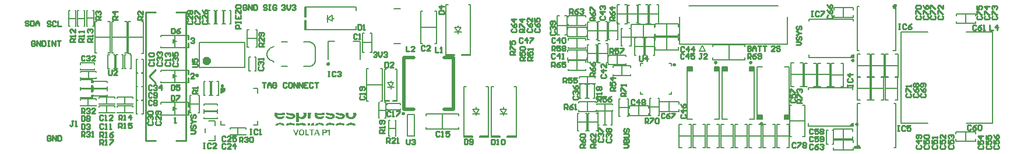
<source format=gbr>
%FSTAX23Y23*%
%MOIN*%
%SFA1B1*%

%IPPOS*%
%ADD89C,0.009842*%
%ADD90C,0.007874*%
%ADD91C,0.023622*%
%ADD92C,0.003937*%
%ADD93C,0.005000*%
%ADD94C,0.005906*%
%ADD95C,0.019685*%
%ADD96C,0.010000*%
%ADD97R,0.026575X0.021654*%
%LNpcb_legend_top-1*%
%LPD*%
G36*
X05397Y01219D02*
X05393D01*
X05381Y0123*
Y01234*
X05397*
Y01219*
G37*
G36*
X05156Y00938D02*
X05141D01*
Y00942*
X05152Y00954*
X05156*
Y00938*
G37*
G36*
X01555Y00742D02*
X01537Y00736D01*
Y0076*
X01561*
X01555Y00742*
G37*
G36*
X0213Y0062D02*
Y00619D01*
Y00618*
Y00618*
Y00617*
X02131*
Y00616*
Y00615*
Y00614*
Y00613*
Y00612*
Y00611*
Y0061*
Y00609*
Y00608*
X02087*
Y00607*
X02088*
Y00606*
Y00605*
Y00604*
X02089*
Y00603*
Y00602*
X0209*
Y00601*
Y006*
X0209*
Y006*
X02092*
Y00599*
X02093*
Y00598*
X02096*
Y00597*
X02109*
Y00598*
X02111*
Y00599*
X02113*
Y006*
X02114*
Y006*
X02116*
Y00601*
X02117*
Y00602*
Y00603*
X02119*
Y00602*
X02121*
Y00601*
X02123*
Y006*
X02125*
Y006*
X02127*
Y00599*
X02129*
Y00598*
Y00597*
X02128*
Y00596*
X02127*
Y00595*
X02126*
Y00594*
X02125*
Y00593*
X02124*
Y00592*
X02124*
Y00591*
X02122*
Y0059*
X0212*
Y00589*
X02119*
Y00588*
X02116*
Y00587*
X02113*
Y00586*
X02108*
Y00585*
X02095*
Y00586*
X02091*
Y00587*
X02088*
Y00588*
X02086*
Y00589*
X02084*
Y0059*
X02082*
Y00591*
X02081*
Y00592*
X0208*
Y00593*
X02078*
Y00594*
X02077*
Y00595*
Y00596*
X02076*
Y00597*
X02075*
Y00598*
X02074*
Y00599*
Y006*
X02073*
Y006*
Y00601*
Y00602*
X02072*
Y00603*
Y00604*
Y00605*
X02072*
Y00606*
Y00607*
Y00608*
Y00609*
Y0061*
Y00611*
Y00612*
Y00613*
Y00614*
Y00615*
Y00616*
Y00617*
Y00618*
X02072*
Y00618*
Y00619*
Y0062*
X02073*
Y00621*
X02088*
Y0062*
Y00619*
Y00618*
X02087*
Y00618*
Y00617*
X02115*
Y00618*
Y00618*
Y00619*
Y0062*
X02114*
Y00621*
X0213*
Y0062*
G37*
G36*
X01902D02*
X01903D01*
Y00619*
Y00618*
Y00618*
Y00617*
X01904*
Y00616*
Y00615*
Y00614*
Y00613*
Y00612*
Y00611*
Y0061*
Y00609*
Y00608*
X0186*
Y00607*
X01861*
Y00606*
Y00605*
Y00604*
Y00603*
X01862*
Y00602*
X01862*
Y00601*
Y006*
X01863*
Y006*
X01865*
Y00599*
X01866*
Y00598*
X01869*
Y00597*
X01882*
Y00598*
X01884*
Y00599*
X01886*
Y006*
X01887*
Y006*
X01889*
Y00601*
X0189*
Y00602*
Y00603*
X01892*
Y00602*
X01894*
Y00601*
X01896*
Y006*
X01897*
Y006*
X019*
Y00599*
X01902*
Y00598*
Y00597*
X01901*
Y00596*
X019*
Y00595*
X01899*
Y00594*
X01898*
Y00593*
X01897*
Y00592*
X01897*
Y00591*
X01895*
Y0059*
X01893*
Y00589*
X01892*
Y00588*
X01889*
Y00587*
X01886*
Y00586*
X01881*
Y00585*
X01868*
Y00586*
X01863*
Y00587*
X01861*
Y00588*
X01859*
Y00589*
X01857*
Y0059*
X01855*
Y00591*
X01854*
Y00592*
X01853*
Y00593*
X01851*
Y00594*
X0185*
Y00595*
Y00596*
X01849*
Y00597*
X01848*
Y00598*
X01847*
Y00599*
Y006*
X01846*
Y006*
Y00601*
Y00602*
X01845*
Y00603*
Y00604*
Y00605*
Y00606*
Y00607*
Y00608*
Y00609*
Y0061*
Y00611*
Y00612*
Y00613*
Y00614*
Y00615*
Y00616*
Y00617*
Y00618*
Y00618*
Y00619*
Y0062*
Y00621*
X01861*
Y0062*
Y00619*
Y00618*
X0186*
Y00618*
Y00617*
X01888*
Y00618*
Y00618*
Y00619*
Y0062*
X01887*
Y00621*
X01902*
Y0062*
G37*
G36*
X0231D02*
X02311D01*
Y00619*
Y00618*
Y00618*
Y00617*
Y00616*
X02312*
Y00615*
Y00614*
Y00613*
Y00612*
Y00611*
Y0061*
Y00609*
Y00608*
X02311*
Y00607*
Y00606*
Y00605*
Y00604*
Y00603*
X0231*
Y00602*
Y00601*
X02309*
Y006*
Y006*
X02308*
Y00599*
Y00598*
X02307*
Y00597*
X02306*
Y00596*
Y00595*
X02305*
Y00594*
X02304*
Y00593*
X02303*
Y00592*
X02301*
Y00591*
X023*
Y0059*
X02299*
Y00589*
X02297*
Y00588*
X02295*
Y00587*
X02292*
Y00586*
X02287*
Y00585*
X02274*
Y00586*
X0227*
Y00587*
X02266*
Y00588*
X02264*
Y00589*
X02263*
Y0059*
X02261*
Y00591*
X0226*
Y00592*
X02258*
Y00593*
X02257*
Y00594*
X02256*
Y00595*
X02255*
Y00596*
Y00597*
X02254*
Y00598*
X02253*
Y00599*
Y006*
X02252*
Y006*
Y00601*
X02251*
Y00602*
Y00603*
X0225*
Y00604*
Y00605*
Y00606*
Y00607*
Y00608*
X02249*
Y00609*
Y0061*
Y00611*
Y00612*
Y00613*
Y00614*
Y00615*
Y00616*
X0225*
Y00617*
Y00618*
Y00618*
Y00619*
X02251*
Y0062*
Y00621*
X02268*
Y0062*
X02267*
Y00619*
Y00618*
Y00618*
Y00617*
X02266*
Y00616*
Y00615*
Y00614*
Y00613*
Y00612*
Y00611*
Y0061*
Y00609*
Y00608*
Y00607*
X02267*
Y00606*
Y00605*
Y00604*
Y00603*
X02268*
Y00602*
X02269*
Y00601*
Y006*
X0227*
Y006*
X02271*
Y00599*
X02273*
Y00598*
X02274*
Y00597*
X02279*
Y00596*
X02282*
Y00597*
X02287*
Y00598*
X02289*
Y00599*
X0229*
Y006*
X02291*
Y006*
X02292*
Y00601*
X02293*
Y00602*
Y00603*
X02294*
Y00604*
Y00605*
Y00606*
Y00607*
X02295*
Y00608*
Y00609*
Y0061*
Y00611*
Y00612*
Y00613*
Y00614*
Y00615*
Y00616*
Y00617*
X02294*
Y00618*
Y00618*
Y00619*
Y0062*
X02293*
Y00621*
X0231*
Y0062*
G37*
G36*
X02209D02*
X0221D01*
Y00619*
X02212*
Y00618*
X0222*
Y00618*
X02229*
Y00617*
X02234*
Y00616*
X02237*
Y00615*
X02239*
Y00614*
X02241*
Y00613*
X02242*
Y00612*
X02243*
Y00611*
X02244*
Y0061*
X02245*
Y00609*
Y00608*
X02246*
Y00607*
Y00606*
Y00605*
X02247*
Y00604*
Y00603*
Y00602*
Y00601*
Y006*
Y006*
X02246*
Y00599*
Y00598*
Y00597*
X02245*
Y00596*
Y00595*
X02244*
Y00594*
Y00593*
X02243*
Y00592*
X02242*
Y00591*
X02241*
Y0059*
X02239*
Y00589*
X02237*
Y00588*
X02235*
Y00587*
X02232*
Y00586*
X02228*
Y00585*
X02213*
Y00586*
X02208*
Y00587*
X02204*
Y00588*
X02202*
Y00589*
X02199*
Y0059*
X02197*
Y00591*
X02196*
Y00592*
X02194*
Y00593*
X02194*
Y00594*
X02193*
Y00595*
X02192*
Y00596*
X02191*
Y00597*
X02192*
Y00598*
X02193*
Y00599*
X02194*
Y006*
X02194*
Y006*
X02195*
Y00601*
X02197*
Y00602*
X02198*
Y00603*
X02199*
Y00602*
X022*
Y00601*
X02202*
Y006*
X02203*
Y006*
X02205*
Y00599*
X02207*
Y00598*
X0221*
Y00597*
X02213*
Y00596*
X02228*
Y00597*
X02229*
Y00598*
X02231*
Y00599*
Y006*
Y006*
Y00601*
Y00602*
Y00603*
X0223*
Y00604*
X02229*
Y00605*
X02224*
Y00606*
X02216*
Y00607*
X02209*
Y00608*
X02205*
Y00609*
X02202*
Y0061*
X022*
Y00611*
X02198*
Y00612*
X02197*
Y00613*
X02196*
Y00614*
X02195*
Y00615*
X02194*
Y00616*
Y00617*
X02194*
Y00618*
Y00618*
Y00619*
Y0062*
Y00621*
X02209*
Y0062*
G37*
G36*
X02151D02*
X02152D01*
Y00619*
X02155*
Y00618*
X02162*
Y00618*
X02171*
Y00617*
X02177*
Y00616*
X02179*
Y00615*
X02181*
Y00614*
X02183*
Y00613*
X02184*
Y00612*
X02185*
Y00611*
X02186*
Y0061*
X02187*
Y00609*
Y00608*
X02188*
Y00607*
Y00606*
Y00605*
Y00604*
X02189*
Y00603*
Y00602*
Y00601*
Y006*
X02188*
Y006*
Y00599*
Y00598*
Y00597*
X02187*
Y00596*
Y00595*
X02186*
Y00594*
Y00593*
X02185*
Y00592*
X02184*
Y00591*
X02182*
Y0059*
X02181*
Y00589*
X02179*
Y00588*
X02177*
Y00587*
X02175*
Y00586*
X0217*
Y00585*
X02156*
Y00586*
X0215*
Y00587*
X02146*
Y00588*
X02143*
Y00589*
X02142*
Y0059*
X0214*
Y00591*
X02139*
Y00592*
X02137*
Y00593*
X02136*
Y00594*
X02135*
Y00595*
X02134*
Y00596*
X02133*
Y00597*
X02134*
Y00598*
X02135*
Y00599*
X02136*
Y006*
X02137*
Y006*
X02138*
Y00601*
X0214*
Y00602*
X02141*
Y00603*
X02142*
Y00602*
X02142*
Y00601*
X02143*
Y006*
X02145*
Y006*
X02147*
Y00599*
X02149*
Y00598*
X02152*
Y00597*
X02156*
Y00596*
X02169*
Y00597*
X02172*
Y00598*
X02173*
Y00599*
X02174*
Y006*
Y006*
Y00601*
Y00602*
Y00603*
X02173*
Y00604*
X02171*
Y00605*
X02166*
Y00606*
X02159*
Y00607*
X02151*
Y00608*
X02147*
Y00609*
X02144*
Y0061*
X02142*
Y00611*
X02141*
Y00612*
X0214*
Y00613*
X02139*
Y00614*
X02138*
Y00615*
X02137*
Y00616*
Y00617*
X02136*
Y00618*
Y00618*
Y00619*
Y0062*
X02135*
Y00621*
X02151*
Y0062*
G37*
G36*
X02026D02*
Y00619D01*
Y00618*
Y00618*
X02027*
Y00617*
Y00616*
Y00615*
Y00614*
Y00613*
Y00612*
Y00611*
Y0061*
Y00609*
Y00608*
Y00607*
Y00606*
X02026*
Y00605*
Y00604*
Y00603*
Y00602*
X02025*
Y00601*
Y006*
Y006*
X02024*
Y00599*
Y00598*
X02023*
Y00597*
X02022*
Y00596*
Y00595*
X02021*
Y00594*
X0202*
Y00593*
X0202*
Y00592*
X02019*
Y00591*
X02018*
Y0059*
X02017*
Y00589*
X02015*
Y00588*
X02013*
Y00587*
X0201*
Y00586*
X02007*
Y00585*
X01997*
Y00586*
X01993*
Y00587*
X01991*
Y00588*
X01989*
Y00589*
X01987*
Y0059*
X01986*
Y00591*
X01985*
Y00592*
X01985*
Y00593*
X01984*
Y00594*
X01983*
Y00593*
Y00592*
Y00591*
Y0059*
Y00589*
Y00588*
Y00587*
Y00586*
Y00585*
Y00584*
Y00583*
Y00583*
Y00582*
Y00581*
Y0058*
Y00579*
Y00578*
Y00577*
Y00576*
Y00575*
Y00574*
Y00573*
Y00572*
Y00571*
Y0057*
Y00569*
Y00568*
Y00567*
X01966*
Y00568*
Y00569*
Y0057*
Y00571*
Y00572*
Y00573*
Y00574*
Y00575*
Y00576*
Y00577*
Y00578*
Y00579*
Y0058*
Y00581*
Y00582*
Y00583*
Y00583*
Y00584*
Y00585*
Y00586*
Y00587*
Y00588*
Y00589*
Y0059*
Y00591*
Y00592*
Y00593*
Y00594*
Y00595*
Y00596*
Y00597*
Y00598*
Y00599*
Y006*
Y006*
Y00601*
Y00602*
Y00603*
Y00604*
Y00605*
Y00606*
Y00607*
Y00608*
Y00609*
Y0061*
Y00611*
Y00612*
Y00613*
Y00614*
Y00615*
Y00616*
Y00617*
Y00618*
Y00618*
Y00619*
Y0062*
Y00621*
X01984*
Y0062*
Y00619*
X01983*
Y00618*
Y00618*
Y00617*
X01982*
Y00616*
Y00615*
Y00614*
Y00613*
Y00612*
Y00611*
Y0061*
Y00609*
Y00608*
Y00607*
X01983*
Y00606*
Y00605*
Y00604*
X01984*
Y00603*
Y00602*
X01985*
Y00601*
Y006*
X01985*
Y006*
X01986*
Y00599*
X01988*
Y00598*
X0199*
Y00597*
X01995*
Y00596*
X01997*
Y00597*
X02002*
Y00598*
X02003*
Y00599*
X02005*
Y006*
X02006*
Y006*
X02007*
Y00601*
Y00602*
X02008*
Y00603*
Y00604*
X02009*
Y00605*
Y00606*
Y00607*
X0201*
Y00608*
Y00609*
Y0061*
Y00611*
Y00612*
Y00613*
Y00614*
Y00615*
Y00616*
Y00617*
X02009*
Y00618*
Y00618*
Y00619*
X02008*
Y0062*
Y00621*
X02026*
Y0062*
G37*
G36*
X01924D02*
X01925D01*
Y00619*
X01929*
Y00618*
X01936*
Y00618*
X01945*
Y00617*
X0195*
Y00616*
X01952*
Y00615*
X01954*
Y00614*
X01956*
Y00613*
X01958*
Y00612*
X01959*
Y00611*
Y0061*
X0196*
Y00609*
X01961*
Y00608*
Y00607*
Y00606*
X01962*
Y00605*
Y00604*
Y00603*
Y00602*
Y00601*
Y006*
Y006*
Y00599*
Y00598*
X01961*
Y00597*
Y00596*
X0196*
Y00595*
Y00594*
X01959*
Y00593*
X01958*
Y00592*
X01957*
Y00591*
X01956*
Y0059*
X01954*
Y00589*
X01953*
Y00588*
X0195*
Y00587*
X01948*
Y00586*
X01943*
Y00585*
X01929*
Y00586*
X01923*
Y00587*
X0192*
Y00588*
X01917*
Y00589*
X01915*
Y0059*
X01914*
Y00591*
X01912*
Y00592*
X01911*
Y00593*
X0191*
Y00594*
X01908*
Y00595*
X01907*
Y00596*
X01906*
Y00597*
X01907*
Y00598*
X01908*
Y00599*
X01909*
Y006*
X01911*
Y006*
X01912*
Y00601*
X01913*
Y00602*
X01914*
Y00603*
X01915*
Y00602*
X01916*
Y00601*
X01917*
Y006*
X01918*
Y006*
X0192*
Y00599*
X01922*
Y00598*
X01925*
Y00597*
X0193*
Y00596*
X01943*
Y00597*
X01946*
Y00598*
X01947*
Y00599*
X01948*
Y006*
Y006*
Y00601*
Y00602*
Y00603*
X01947*
Y00604*
X01945*
Y00605*
X0194*
Y00606*
X01932*
Y00607*
X01925*
Y00608*
X0192*
Y00609*
X01918*
Y0061*
X01915*
Y00611*
X01915*
Y00612*
X01913*
Y00613*
X01912*
Y00614*
Y00615*
X01911*
Y00616*
X0191*
Y00617*
Y00618*
Y00618*
X01909*
Y00619*
Y0062*
Y00621*
X01924*
Y0062*
G37*
G36*
X02056D02*
X02055D01*
Y00619*
X02054*
Y00618*
Y00618*
X02053*
Y00617*
X02052*
Y00616*
Y00615*
X02051*
Y00614*
Y00613*
Y00612*
Y00611*
X0205*
Y0061*
Y00609*
Y00608*
Y00607*
Y00606*
Y00605*
Y00604*
Y00603*
Y00602*
Y00601*
Y006*
Y006*
Y00599*
Y00598*
Y00597*
Y00596*
Y00595*
Y00594*
Y00593*
Y00592*
Y00591*
Y0059*
Y00589*
Y00588*
Y00587*
X02034*
Y00588*
Y00589*
Y0059*
Y00591*
Y00592*
Y00593*
Y00594*
Y00595*
Y00596*
Y00597*
Y00598*
Y00599*
Y006*
Y006*
Y00601*
Y00602*
Y00603*
Y00604*
Y00605*
Y00606*
Y00607*
Y00608*
Y00609*
Y0061*
Y00611*
Y00612*
Y00613*
Y00614*
Y00615*
Y00616*
Y00617*
Y00618*
Y00618*
Y00619*
Y0062*
Y00621*
X02056*
Y0062*
G37*
G36*
X02006Y00563D02*
X02011D01*
Y00562*
X02013*
Y00561*
X02015*
Y0056*
X02017*
Y00559*
X02018*
Y00558*
X02019*
Y00557*
X0202*
Y00556*
X0202*
Y00555*
X02021*
Y00554*
X02022*
Y00553*
X02023*
Y00552*
Y00551*
X02024*
Y0055*
Y00549*
X02025*
Y00548*
Y00548*
Y00547*
X02007*
Y00548*
Y00548*
X02006*
Y00549*
X02005*
Y0055*
X02003*
Y00551*
X02002*
Y00552*
X0199*
Y00551*
X01988*
Y0055*
X01986*
Y00549*
X01985*
Y00548*
X01985*
Y00548*
Y00547*
X01966*
Y00548*
Y00548*
Y00549*
Y0055*
Y00551*
Y00552*
Y00553*
Y00554*
Y00555*
Y00556*
Y00557*
Y00558*
Y00559*
Y0056*
Y00561*
Y00562*
X01982*
Y00561*
Y0056*
Y00559*
Y00558*
Y00557*
Y00556*
Y00555*
Y00554*
Y00553*
X01983*
Y00554*
X01984*
Y00555*
X01985*
Y00556*
Y00557*
X01985*
Y00558*
X01987*
Y00559*
X01988*
Y0056*
X0199*
Y00561*
X01992*
Y00562*
X01994*
Y00563*
X01999*
Y00564*
X02006*
Y00563*
G37*
G36*
X02071D02*
Y00562D01*
Y00561*
Y0056*
Y00559*
Y00558*
Y00557*
Y00556*
Y00555*
Y00554*
Y00553*
Y00552*
Y00551*
Y0055*
Y00549*
Y00548*
X02061*
Y00548*
X02058*
Y00547*
X02034*
Y00548*
Y00548*
Y00549*
Y0055*
Y00551*
Y00552*
Y00553*
Y00554*
Y00555*
Y00556*
Y00557*
Y00558*
Y00559*
Y0056*
Y00561*
Y00562*
X02048*
Y00561*
Y0056*
Y00559*
Y00558*
Y00557*
Y00556*
Y00555*
Y00554*
Y00553*
Y00552*
Y00551*
Y0055*
Y00549*
Y00548*
X0205*
Y00549*
Y0055*
Y00551*
X02051*
Y00552*
Y00553*
X02052*
Y00554*
Y00555*
X02053*
Y00556*
X02054*
Y00557*
X02055*
Y00558*
X02055*
Y00559*
X02056*
Y0056*
X02057*
Y00561*
X02059*
Y00562*
X02062*
Y00563*
X02067*
Y00564*
X02071*
Y00563*
G37*
G36*
X02225D02*
X0223D01*
Y00562*
X02234*
Y00561*
X02237*
Y0056*
X02239*
Y00559*
X02241*
Y00558*
X02243*
Y00557*
X02244*
Y00556*
X02245*
Y00555*
X02246*
Y00554*
X02245*
Y00553*
X02244*
Y00552*
X02243*
Y00551*
X02242*
Y0055*
X02241*
Y00549*
X0224*
Y00548*
X02239*
Y00548*
X02238*
Y00548*
X02236*
Y00549*
X02234*
Y0055*
X02232*
Y00551*
X02229*
Y00552*
X02226*
Y00553*
X02212*
Y00552*
X02209*
Y00551*
X02208*
Y0055*
Y00549*
Y00548*
Y00548*
Y00547*
X02193*
Y00548*
Y00548*
X02194*
Y00549*
Y0055*
Y00551*
Y00552*
X02194*
Y00553*
Y00554*
X02195*
Y00555*
Y00556*
X02196*
Y00557*
X02197*
Y00558*
X02198*
Y00559*
X022*
Y0056*
X02202*
Y00561*
X02204*
Y00562*
X02208*
Y00563*
X02213*
Y00564*
X02225*
Y00563*
G37*
G36*
X02167D02*
X02173D01*
Y00562*
X02177*
Y00561*
X02179*
Y0056*
X02181*
Y00559*
X02183*
Y00558*
X02184*
Y00557*
X02186*
Y00556*
X02187*
Y00555*
X02188*
Y00554*
X02187*
Y00553*
X02186*
Y00552*
X02185*
Y00551*
X02184*
Y0055*
X02183*
Y00549*
X02182*
Y00548*
X02181*
Y00548*
X02179*
Y00548*
X02178*
Y00549*
X02177*
Y0055*
X02175*
Y00551*
X02172*
Y00552*
X02168*
Y00553*
X02154*
Y00552*
X02151*
Y00551*
X0215*
Y0055*
Y00549*
Y00548*
Y00548*
Y00547*
X02135*
Y00548*
Y00548*
Y00549*
X02136*
Y0055*
Y00551*
Y00552*
Y00553*
X02137*
Y00554*
X02138*
Y00555*
Y00556*
X02139*
Y00557*
X0214*
Y00558*
X02141*
Y00559*
X02142*
Y0056*
X02144*
Y00561*
X02146*
Y00562*
X0215*
Y00563*
X02155*
Y00564*
X02167*
Y00563*
G37*
G36*
X0194D02*
X01947D01*
Y00562*
X0195*
Y00561*
X01952*
Y0056*
X01954*
Y00559*
X01956*
Y00558*
X01958*
Y00557*
X01959*
Y00556*
X01961*
Y00555*
Y00554*
X0196*
Y00553*
X01959*
Y00552*
X01958*
Y00551*
X01957*
Y0055*
X01956*
Y00549*
X01955*
Y00548*
X01954*
Y00548*
X01953*
Y00548*
X01951*
Y00549*
X0195*
Y0055*
X01949*
Y00551*
X01946*
Y00552*
X01941*
Y00553*
X01927*
Y00552*
X01925*
Y00551*
X01924*
Y0055*
X01923*
Y00549*
Y00548*
Y00548*
X01924*
Y00547*
X01909*
Y00548*
Y00548*
Y00549*
Y0055*
Y00551*
X0191*
Y00552*
Y00553*
Y00554*
X01911*
Y00555*
X01912*
Y00556*
X01913*
Y00557*
X01914*
Y00558*
X01915*
Y00559*
X01915*
Y0056*
X01917*
Y00561*
X0192*
Y00562*
X01923*
Y00563*
X01929*
Y00564*
X0194*
Y00563*
G37*
G36*
X02286D02*
X02291D01*
Y00562*
X02294*
Y00561*
X02297*
Y0056*
X02299*
Y00559*
X023*
Y00558*
X02301*
Y00557*
X02303*
Y00556*
X02304*
Y00555*
X02305*
Y00554*
X02306*
Y00553*
Y00552*
X02307*
Y00551*
X02308*
Y0055*
Y00549*
X02309*
Y00548*
Y00548*
X0231*
Y00547*
X02293*
Y00548*
X02292*
Y00548*
X02291*
Y00549*
X0229*
Y0055*
X02288*
Y00551*
X02286*
Y00552*
X02275*
Y00551*
X02273*
Y0055*
X02271*
Y00549*
X0227*
Y00548*
X02269*
Y00548*
Y00547*
X02251*
Y00548*
X02252*
Y00548*
Y00549*
X02253*
Y0055*
Y00551*
X02254*
Y00552*
X02255*
Y00553*
Y00554*
X02256*
Y00555*
X02257*
Y00556*
X02259*
Y00557*
X0226*
Y00558*
X02261*
Y00559*
X02263*
Y0056*
X02264*
Y00561*
X02267*
Y00562*
X0227*
Y00563*
X02275*
Y00564*
X02286*
Y00563*
G37*
G36*
X02107D02*
X02112D01*
Y00562*
X02115*
Y00561*
X02117*
Y0056*
X02119*
Y00559*
X02121*
Y00558*
X02122*
Y00557*
X02124*
Y00556*
X02124*
Y00555*
X02125*
Y00554*
Y00553*
X02126*
Y00552*
X02127*
Y00551*
Y0055*
X02128*
Y00549*
Y00548*
X02129*
Y00548*
Y00547*
X02114*
Y00548*
Y00548*
X02113*
Y00549*
Y0055*
X02112*
Y00551*
X02111*
Y00552*
X02109*
Y00553*
X02107*
Y00554*
X02095*
Y00553*
X02093*
Y00552*
X02091*
Y00551*
X0209*
Y0055*
X0209*
Y00549*
X02089*
Y00548*
Y00548*
X02088*
Y00547*
X02073*
Y00548*
Y00548*
X02074*
Y00549*
Y0055*
X02075*
Y00551*
Y00552*
X02076*
Y00553*
X02077*
Y00554*
X02078*
Y00555*
X02079*
Y00556*
X0208*
Y00557*
X02081*
Y00558*
X02082*
Y00559*
X02084*
Y0056*
X02086*
Y00561*
X02088*
Y00562*
X02091*
Y00563*
X02096*
Y00564*
X02107*
Y00563*
G37*
G36*
X0188D02*
X01885D01*
Y00562*
X01888*
Y00561*
X0189*
Y0056*
X01892*
Y00559*
X01894*
Y00558*
X01895*
Y00557*
X01896*
Y00556*
X01897*
Y00555*
Y00554*
X01898*
Y00553*
X01899*
Y00552*
X019*
Y00551*
Y0055*
X01901*
Y00549*
Y00548*
X01902*
Y00548*
Y00547*
X01887*
Y00548*
Y00548*
X01886*
Y00549*
Y0055*
X01885*
Y00551*
X01883*
Y00552*
X01882*
Y00553*
X0188*
Y00554*
X01868*
Y00553*
X01866*
Y00552*
X01864*
Y00551*
X01863*
Y0055*
X01862*
Y00549*
X01862*
Y00548*
Y00548*
X01861*
Y00547*
X01846*
Y00548*
Y00548*
X01847*
Y00549*
Y0055*
X01848*
Y00551*
Y00552*
X01849*
Y00553*
X0185*
Y00554*
X01851*
Y00555*
X01852*
Y00556*
X01853*
Y00557*
X01854*
Y00558*
X01855*
Y00559*
X01857*
Y0056*
X01859*
Y00561*
X01861*
Y00562*
X01864*
Y00563*
X01869*
Y00564*
X0188*
Y00563*
G37*
G36*
X05153Y00544D02*
X05138D01*
Y00548*
X05149Y0056*
X05153*
Y00544*
G37*
G36*
X05193Y00423D02*
Y00419D01*
X05177*
Y00434*
X05181*
X05193Y00423*
G37*
G36*
X01969Y00492D02*
X01962D01*
X0195Y00526*
X01958*
X01965Y00503*
Y00502*
X01965Y00502*
X01965Y00502*
X01965Y00502*
X01965Y00502*
X01965Y00501*
X01966Y005*
X01966Y005*
X01966Y005*
X01966Y005*
X01966Y00501*
X01966Y00502*
X01974Y00526*
X01981*
X01969Y00492*
G37*
G36*
X02159D02*
X02152D01*
Y00515*
X02152Y00515*
X02152Y00515*
X02151Y00515*
X02151Y00515*
X02151Y00514*
X0215Y00514*
X0215*
X0215Y00514*
X0215Y00514*
X02149Y00514*
X02149Y00514*
X02148Y00514*
X02147Y00514*
X02145*
Y0052*
X02147*
X02147Y0052*
X02147Y0052*
X02148Y0052*
X02148Y0052*
X02149Y0052*
X0215Y00521*
X0215Y00521*
X0215Y00521*
X02151Y00521*
X02151Y00521*
X02151Y00522*
X02152Y00522*
X02152Y00523*
X02153Y00524*
X02153Y00525*
X02159*
Y00492*
G37*
G36*
X02132Y00526D02*
X02132D01*
X02133Y00525*
X02134Y00525*
X02135Y00525*
X02136Y00525*
X02137Y00524*
X02137*
X02137Y00524*
X02138Y00524*
X02138Y00524*
X02139Y00523*
X02139Y00523*
X0214Y00522*
X02141Y00521*
X02141Y00521*
X02142Y0052*
X02142Y0052*
X02142Y0052*
X02142Y00519*
X02142Y00518*
X02143Y00517*
X02143Y00516*
X02143Y00515*
Y00515*
Y00515*
Y00515*
X02143Y00514*
X02143Y00514*
X02143Y00513*
X02143Y00512*
X02142Y00511*
X02142Y0051*
X02142Y0051*
X02141Y00509*
X02141Y00508*
X0214Y00508*
X0214Y00507*
X0214Y00507*
X0214Y00507*
X02139Y00507*
X02139Y00507*
X02139Y00507*
X02138Y00506*
X02138Y00506*
X02137Y00506*
X02137Y00505*
X02136Y00505*
X02135Y00505*
X02135Y00505*
X02134Y00505*
X02133Y00504*
X02132Y00504*
X02131Y00504*
X02124*
Y00492*
X02117*
Y00526*
X02131*
X02132Y00526*
G37*
G36*
X02102Y00492D02*
X02095D01*
X02092Y005*
X02079*
X02076Y00492*
X02069*
X02082Y00526*
X02089*
X02102Y00492*
G37*
G36*
X02069Y0052D02*
X02059D01*
Y00492*
X02052*
Y0052*
X02042*
Y00526*
X02069*
Y0052*
G37*
G36*
X02027Y00497D02*
X02041D01*
Y00492*
X0202*
Y00526*
X02027*
Y00497*
G37*
G36*
X01999Y00526D02*
X02D01*
X02Y00526*
X02001Y00526*
X02002Y00526*
X02003Y00526*
X02004Y00525*
X02006Y00525*
X02007Y00524*
X02007*
X02007Y00524*
X02008Y00524*
X02008Y00524*
X02008Y00523*
X02009Y00523*
X0201Y00522*
X02011Y00521*
X02012Y00519*
X02013Y00518*
Y00518*
X02013Y00518*
X02013Y00518*
X02013Y00517*
X02013Y00517*
X02013Y00516*
X02014Y00516*
X02014Y00515*
X02014Y00515*
X02014Y00514*
X02014Y00513*
X02014Y00512*
X02015Y0051*
X02015Y00509*
Y00508*
Y00508*
Y00508*
X02015Y00508*
Y00507*
X02015Y00507*
X02015Y00506*
X02015Y00505*
X02014Y00504*
X02014Y00502*
X02013Y00501*
X02013Y00499*
Y00499*
X02013Y00499*
X02013Y00499*
X02012Y00498*
X02012Y00498*
X02012Y00498*
X02011Y00497*
X02011Y00496*
X0201Y00495*
X02008Y00494*
X02007Y00493*
X02007*
X02007Y00493*
X02007Y00493*
X02006Y00493*
X02006Y00492*
X02006Y00492*
X02005Y00492*
X02005Y00492*
X02004Y00492*
X02003Y00491*
X02002Y00491*
X02Y00491*
X01999Y00491*
X01998*
X01998Y00491*
X01997*
X01997Y00491*
X01996Y00491*
X01996Y00491*
X01994Y00491*
X01993Y00492*
X01992Y00492*
X0199Y00493*
X0199*
X0199Y00493*
X0199Y00493*
X01989Y00493*
X01989Y00494*
X01988Y00494*
X01987Y00495*
X01986Y00496*
X01985Y00498*
X01984Y00499*
Y00499*
X01984Y00499*
X01984Y005*
X01984Y005*
X01984Y005*
X01984Y00501*
X01984Y00501*
X01983Y00502*
X01983Y00502*
X01983Y00503*
X01983Y00505*
X01983Y00507*
X01982Y00509*
Y00509*
Y00509*
Y00509*
X01983Y00509*
Y0051*
X01983Y0051*
X01983Y00511*
X01983Y00512*
X01983Y00513*
X01983Y00515*
X01984Y00516*
X01984Y00518*
Y00518*
X01985Y00518*
X01985Y00518*
X01985Y00519*
X01985Y00519*
X01985Y00519*
X01986Y0052*
X01987Y00521*
X01988Y00522*
X01989Y00523*
X0199Y00524*
X0199*
X0199Y00524*
X0199Y00524*
X01991Y00525*
X01991Y00525*
X01992Y00525*
X01992Y00525*
X01993Y00525*
X01993Y00526*
X01994Y00526*
X01995Y00526*
X01997Y00526*
X01999Y00526*
X01999*
X01999Y00526*
G37*
%LNpcb_legend_top-2*%
%LPC*%
G36*
X0213Y0052D02*
X02124D01*
Y0051*
X0213*
X02131Y0051*
X02131Y0051*
X02132Y0051*
X02133Y0051*
X02133Y00511*
X02134Y00511*
X02134Y00511*
X02134Y00511*
X02135Y00512*
X02135Y00512*
X02135Y00513*
X02135Y00513*
X02136Y00514*
X02136Y00515*
Y00515*
Y00515*
X02136Y00516*
X02135Y00516*
X02135Y00517*
X02135Y00518*
X02135Y00518*
X02134Y00519*
X02134Y00519*
X02134Y00519*
X02133Y00519*
X02133Y00519*
X02132Y0052*
X02132Y0052*
X02131Y0052*
X0213Y0052*
G37*
G36*
X02085Y00518D02*
X02085Y00518D01*
X02085Y00517*
X02085Y00516*
X02081Y00506*
X0209*
X02086Y00516*
Y00516*
X02086Y00517*
X02086Y00517*
X02086Y00517*
X02086Y00518*
X02085Y00518*
G37*
G36*
X01999Y00521D02*
X01998D01*
X01998Y00521*
X01998Y0052*
X01997Y0052*
X01996Y0052*
X01995Y0052*
X01995Y0052*
X01994Y00519*
X01994Y00519*
X01993Y00518*
X01993Y00518*
X01992Y00517*
Y00517*
X01992Y00517*
X01992Y00517*
X01992Y00517*
X01992Y00517*
X01991Y00516*
X01991Y00516*
X01991Y00515*
X01991Y00515*
X0199Y00514*
X0199Y00513*
X0199Y00512*
X0199Y00511*
X0199Y00511*
X0199Y0051*
X0199Y00509*
Y00508*
Y00508*
Y00508*
X0199Y00508*
Y00507*
X0199Y00507*
X0199Y00506*
X0199Y00505*
X0199Y00504*
X01991Y00502*
X01991Y00501*
X01992Y005*
X01992Y005*
X01992Y005*
X01992Y005*
X01992Y00499*
X01993Y00499*
X01993Y00499*
X01994Y00498*
X01995Y00497*
X01996Y00497*
X01996Y00497*
X01997Y00497*
X01998Y00497*
X01999Y00496*
X01999*
X01999Y00497*
X02Y00497*
X02Y00497*
X02001Y00497*
X02002Y00497*
X02003Y00498*
X02003Y00498*
X02004Y00498*
X02004Y00499*
X02005Y00499*
X02005Y005*
X02005Y005*
X02005Y005*
X02005Y005*
X02006Y005*
X02006Y00501*
X02006Y00501*
X02006Y00501*
X02006Y00502*
X02007Y00503*
X02007Y00503*
X02007Y00504*
X02007Y00505*
X02007Y00506*
X02007Y00507*
X02008Y00507*
Y00509*
Y00509*
Y00509*
Y00509*
X02007Y00509*
Y0051*
X02007Y00511*
X02007Y00511*
X02007Y00512*
X02007Y00513*
X02007Y00515*
X02006Y00516*
X02006Y00517*
X02005Y00517*
Y00517*
X02005Y00518*
X02005Y00518*
X02005Y00518*
X02004Y00518*
X02004Y00519*
X02003Y0052*
X02001Y0052*
X02001Y0052*
X02Y0052*
X01999Y00521*
X01999Y00521*
G37*
%LNpcb_legend_top-3*%
%LPD*%
G54D89*
X02154Y00903D02*
D01*
X02154Y00903*
X02154Y00903*
X02154Y00904*
X02154Y00904*
X02154Y00904*
X02153Y00905*
X02153Y00905*
X02153Y00905*
X02153Y00906*
X02153Y00906*
X02153Y00906*
X02152Y00906*
X02152Y00906*
X02152Y00907*
X02151Y00907*
X02151Y00907*
X02151Y00907*
X02151Y00907*
X0215Y00907*
X0215Y00907*
X02149Y00908*
X02149Y00908*
X02149*
X02148Y00908*
X02148Y00907*
X02148Y00907*
X02147Y00907*
X02147Y00907*
X02147Y00907*
X02147Y00907*
X02146Y00907*
X02146Y00906*
X02146Y00906*
X02145Y00906*
X02145Y00906*
X02145Y00906*
X02145Y00905*
X02145Y00905*
X02144Y00905*
X02144Y00904*
X02144Y00904*
X02144Y00904*
X02144Y00903*
X02144Y00903*
X02144Y00903*
X02144Y00902*
X02144Y00902*
X02144Y00902*
X02144Y00901*
X02144Y00901*
X02144Y00901*
X02145Y009*
X02145Y009*
X02145Y009*
X02145Y00899*
X02145Y00899*
X02146Y00899*
X02146Y00899*
X02146Y00899*
X02147Y00898*
X02147Y00898*
X02147Y00898*
X02147Y00898*
X02148Y00898*
X02148Y00898*
X02148Y00898*
X02149Y00898*
X02149*
X02149Y00898*
X0215Y00898*
X0215Y00898*
X02151Y00898*
X02151Y00898*
X02151Y00898*
X02151Y00898*
X02152Y00899*
X02152Y00899*
X02152Y00899*
X02153Y00899*
X02153Y00899*
X02153Y009*
X02153Y009*
X02153Y009*
X02153Y00901*
X02154Y00901*
X02154Y00901*
X02154Y00902*
X02154Y00902*
X02154Y00902*
X02154Y00903*
X01405Y00837D02*
D01*
X01404Y00838*
X01404Y00838*
X01404Y00838*
X01404Y00839*
X01404Y00839*
X01404Y00839*
X01404Y0084*
X01404Y0084*
X01404Y0084*
X01403Y00841*
X01403Y00841*
X01403Y00841*
X01403Y00841*
X01402Y00841*
X01402Y00842*
X01402Y00842*
X01401Y00842*
X01401Y00842*
X01401Y00842*
X014Y00842*
X014Y00842*
X014Y00842*
X01399*
X01399Y00842*
X01399Y00842*
X01398Y00842*
X01398Y00842*
X01398Y00842*
X01397Y00842*
X01397Y00842*
X01397Y00841*
X01397Y00841*
X01396Y00841*
X01396Y00841*
X01396Y00841*
X01396Y0084*
X01395Y0084*
X01395Y0084*
X01395Y00839*
X01395Y00839*
X01395Y00839*
X01395Y00838*
X01395Y00838*
X01395Y00838*
X01395Y00837*
X01395Y00837*
X01395Y00837*
X01395Y00836*
X01395Y00836*
X01395Y00836*
X01395Y00835*
X01395Y00835*
X01395Y00835*
X01396Y00834*
X01396Y00834*
X01396Y00834*
X01396Y00834*
X01397Y00833*
X01397Y00833*
X01397Y00833*
X01397Y00833*
X01398Y00833*
X01398Y00833*
X01398Y00833*
X01399Y00833*
X01399Y00832*
X01399Y00832*
X014*
X014Y00832*
X014Y00833*
X01401Y00833*
X01401Y00833*
X01401Y00833*
X01402Y00833*
X01402Y00833*
X01402Y00833*
X01403Y00833*
X01403Y00834*
X01403Y00834*
X01403Y00834*
X01404Y00834*
X01404Y00835*
X01404Y00835*
X01404Y00835*
X01404Y00836*
X01404Y00836*
X01404Y00836*
X01404Y00837*
X01404Y00837*
X01405Y00837*
X04133Y00899D02*
D01*
X04133Y00899*
X04133Y00899*
X04133Y009*
X04133Y009*
X04133Y009*
X04133Y00901*
X04133Y00901*
X04133Y00901*
X04132Y00901*
X04132Y00902*
X04132Y00902*
X04132Y00902*
X04132Y00902*
X04131Y00903*
X04131Y00903*
X04131Y00903*
X0413Y00903*
X0413Y00903*
X0413Y00903*
X04129Y00903*
X04129Y00903*
X04129Y00903*
X04128*
X04128Y00903*
X04128Y00903*
X04127Y00903*
X04127Y00903*
X04127Y00903*
X04126Y00903*
X04126Y00903*
X04126Y00903*
X04125Y00902*
X04125Y00902*
X04125Y00902*
X04125Y00902*
X04125Y00901*
X04124Y00901*
X04124Y00901*
X04124Y00901*
X04124Y009*
X04124Y009*
X04124Y009*
X04124Y00899*
X04124Y00899*
X04124Y00899*
X04124Y00898*
X04124Y00898*
X04124Y00897*
X04124Y00897*
X04124Y00897*
X04124Y00896*
X04124Y00896*
X04124Y00896*
X04125Y00896*
X04125Y00895*
X04125Y00895*
X04125Y00895*
X04125Y00895*
X04126Y00894*
X04126Y00894*
X04126Y00894*
X04127Y00894*
X04127Y00894*
X04127Y00894*
X04128Y00894*
X04128Y00894*
X04128Y00894*
X04129*
X04129Y00894*
X04129Y00894*
X0413Y00894*
X0413Y00894*
X0413Y00894*
X04131Y00894*
X04131Y00894*
X04131Y00894*
X04132Y00895*
X04132Y00895*
X04132Y00895*
X04132Y00895*
X04132Y00896*
X04133Y00896*
X04133Y00896*
X04133Y00896*
X04133Y00897*
X04133Y00897*
X04133Y00897*
X04133Y00898*
X04133Y00898*
X04133Y00899*
X02582Y00619D02*
D01*
X02582Y00619*
X02582Y00619*
X02582Y0062*
X02582Y0062*
X02582Y0062*
X02582Y00621*
X02582Y00621*
X02582Y00621*
X02581Y00621*
X02581Y00622*
X02581Y00622*
X02581Y00622*
X02581Y00622*
X0258Y00623*
X0258Y00623*
X0258Y00623*
X02579Y00623*
X02579Y00623*
X02579Y00623*
X02578Y00623*
X02578Y00623*
X02578Y00623*
X02577*
X02577Y00623*
X02577Y00623*
X02576Y00623*
X02576Y00623*
X02576Y00623*
X02575Y00623*
X02575Y00623*
X02575Y00623*
X02574Y00622*
X02574Y00622*
X02574Y00622*
X02574Y00622*
X02574Y00621*
X02573Y00621*
X02573Y00621*
X02573Y00621*
X02573Y0062*
X02573Y0062*
X02573Y0062*
X02573Y00619*
X02573Y00619*
X02573Y00619*
X02573Y00618*
X02573Y00618*
X02573Y00617*
X02573Y00617*
X02573Y00617*
X02573Y00616*
X02573Y00616*
X02573Y00616*
X02574Y00616*
X02574Y00615*
X02574Y00615*
X02574Y00615*
X02574Y00615*
X02575Y00614*
X02575Y00614*
X02575Y00614*
X02576Y00614*
X02576Y00614*
X02576Y00614*
X02577Y00614*
X02577Y00614*
X02577Y00614*
X02578*
X02578Y00614*
X02578Y00614*
X02579Y00614*
X02579Y00614*
X02579Y00614*
X0258Y00614*
X0258Y00614*
X0258Y00614*
X02581Y00615*
X02581Y00615*
X02581Y00615*
X02581Y00615*
X02581Y00616*
X02582Y00616*
X02582Y00616*
X02582Y00616*
X02582Y00617*
X02582Y00617*
X02582Y00617*
X02582Y00618*
X02582Y00618*
X02582Y00619*
X05178Y00556D02*
D01*
X05178Y00556*
X05178Y00557*
X05178Y00557*
X05178Y00557*
X05178Y00558*
X05178Y00558*
X05177Y00558*
X05177Y00559*
X05177Y00559*
X05177Y00559*
X05177Y00559*
X05176Y0056*
X05176Y0056*
X05176Y0056*
X05176Y0056*
X05175Y0056*
X05175Y00561*
X05175Y00561*
X05174Y00561*
X05174Y00561*
X05174Y00561*
X05173Y00561*
X05173*
X05173Y00561*
X05172Y00561*
X05172Y00561*
X05172Y00561*
X05171Y00561*
X05171Y0056*
X05171Y0056*
X0517Y0056*
X0517Y0056*
X0517Y0056*
X0517Y00559*
X05169Y00559*
X05169Y00559*
X05169Y00559*
X05169Y00558*
X05169Y00558*
X05168Y00558*
X05168Y00557*
X05168Y00557*
X05168Y00557*
X05168Y00556*
X05168Y00556*
X05168Y00556*
X05168Y00555*
X05168Y00555*
X05168Y00555*
X05168Y00554*
X05169Y00554*
X05169Y00554*
X05169Y00553*
X05169Y00553*
X05169Y00553*
X0517Y00553*
X0517Y00552*
X0517Y00552*
X0517Y00552*
X05171Y00552*
X05171Y00552*
X05171Y00552*
X05172Y00551*
X05172Y00551*
X05172Y00551*
X05173Y00551*
X05173Y00551*
X05173*
X05174Y00551*
X05174Y00551*
X05174Y00551*
X05175Y00551*
X05175Y00552*
X05175Y00552*
X05176Y00552*
X05176Y00552*
X05176Y00552*
X05176Y00552*
X05177Y00553*
X05177Y00553*
X05177Y00553*
X05177Y00553*
X05177Y00554*
X05178Y00554*
X05178Y00554*
X05178Y00555*
X05178Y00555*
X05178Y00555*
X05178Y00556*
X05178Y00556*
X0457Y00911D02*
D01*
X0457Y00911*
X0457Y00911*
X0457Y00912*
X0457Y00912*
X0457Y00912*
X0457Y00913*
X0457Y00913*
X0457Y00913*
X04569Y00913*
X04569Y00914*
X04569Y00914*
X04569Y00914*
X04568Y00914*
X04568Y00915*
X04568Y00915*
X04568Y00915*
X04567Y00915*
X04567Y00915*
X04567Y00915*
X04566Y00915*
X04566Y00915*
X04566Y00916*
X04565*
X04565Y00915*
X04565Y00915*
X04564Y00915*
X04564Y00915*
X04564Y00915*
X04563Y00915*
X04563Y00915*
X04563Y00915*
X04562Y00914*
X04562Y00914*
X04562Y00914*
X04562Y00914*
X04561Y00913*
X04561Y00913*
X04561Y00913*
X04561Y00913*
X04561Y00912*
X04561Y00912*
X04561Y00912*
X04561Y00911*
X0456Y00911*
X0456Y00911*
X0456Y0091*
X04561Y0091*
X04561Y0091*
X04561Y00909*
X04561Y00909*
X04561Y00909*
X04561Y00908*
X04561Y00908*
X04561Y00908*
X04562Y00907*
X04562Y00907*
X04562Y00907*
X04562Y00907*
X04563Y00907*
X04563Y00906*
X04563Y00906*
X04564Y00906*
X04564Y00906*
X04564Y00906*
X04565Y00906*
X04565Y00906*
X04565Y00906*
X04566*
X04566Y00906*
X04566Y00906*
X04567Y00906*
X04567Y00906*
X04567Y00906*
X04568Y00906*
X04568Y00906*
X04568Y00907*
X04568Y00907*
X04569Y00907*
X04569Y00907*
X04569Y00907*
X04569Y00908*
X0457Y00908*
X0457Y00908*
X0457Y00909*
X0457Y00909*
X0457Y00909*
X0457Y0091*
X0457Y0091*
X0457Y0091*
X0457Y00911*
X05154Y00923D02*
D01*
X05154Y00923*
X05154Y00923*
X05154Y00924*
X05154Y00924*
X05154Y00924*
X05154Y00925*
X05154Y00925*
X05154Y00925*
X05153Y00925*
X05153Y00926*
X05153Y00926*
X05153Y00926*
X05153Y00926*
X05152Y00927*
X05152Y00927*
X05152Y00927*
X05151Y00927*
X05151Y00927*
X05151Y00927*
X0515Y00927*
X0515Y00927*
X0515Y00927*
X05149*
X05149Y00927*
X05149Y00927*
X05148Y00927*
X05148Y00927*
X05148Y00927*
X05147Y00927*
X05147Y00927*
X05147Y00927*
X05146Y00926*
X05146Y00926*
X05146Y00926*
X05146Y00926*
X05146Y00925*
X05145Y00925*
X05145Y00925*
X05145Y00925*
X05145Y00924*
X05145Y00924*
X05145Y00924*
X05145Y00923*
X05145Y00923*
X05145Y00923*
X05145Y00922*
X05145Y00922*
X05145Y00921*
X05145Y00921*
X05145Y00921*
X05145Y0092*
X05145Y0092*
X05145Y0092*
X05146Y0092*
X05146Y00919*
X05146Y00919*
X05146Y00919*
X05146Y00919*
X05147Y00918*
X05147Y00918*
X05147Y00918*
X05148Y00918*
X05148Y00918*
X05148Y00918*
X05149Y00918*
X05149Y00918*
X05149Y00918*
X0515*
X0515Y00918*
X0515Y00918*
X05151Y00918*
X05151Y00918*
X05151Y00918*
X05152Y00918*
X05152Y00918*
X05152Y00918*
X05153Y00919*
X05153Y00919*
X05153Y00919*
X05153Y00919*
X05153Y0092*
X05154Y0092*
X05154Y0092*
X05154Y0092*
X05154Y00921*
X05154Y00921*
X05154Y00921*
X05154Y00922*
X05154Y00922*
X05154Y00923*
X05169Y00425D02*
D01*
X05169Y00425*
X05169Y00425*
X05169Y00426*
X05169Y00426*
X05169Y00426*
X05169Y00427*
X05169Y00427*
X05169Y00427*
X05168Y00427*
X05168Y00428*
X05168Y00428*
X05168Y00428*
X05168Y00428*
X05167Y00429*
X05167Y00429*
X05167Y00429*
X05166Y00429*
X05166Y00429*
X05166Y00429*
X05165Y00429*
X05165Y00429*
X05165Y00429*
X05164*
X05164Y00429*
X05164Y00429*
X05163Y00429*
X05163Y00429*
X05163Y00429*
X05162Y00429*
X05162Y00429*
X05162Y00429*
X05161Y00428*
X05161Y00428*
X05161Y00428*
X05161Y00428*
X05161Y00427*
X0516Y00427*
X0516Y00427*
X0516Y00427*
X0516Y00426*
X0516Y00426*
X0516Y00426*
X0516Y00425*
X0516Y00425*
X0516Y00425*
X0516Y00424*
X0516Y00424*
X0516Y00423*
X0516Y00423*
X0516Y00423*
X0516Y00422*
X0516Y00422*
X0516Y00422*
X05161Y00422*
X05161Y00421*
X05161Y00421*
X05161Y00421*
X05161Y00421*
X05162Y0042*
X05162Y0042*
X05162Y0042*
X05163Y0042*
X05163Y0042*
X05163Y0042*
X05164Y0042*
X05164Y0042*
X05164Y0042*
X05165*
X05165Y0042*
X05165Y0042*
X05166Y0042*
X05166Y0042*
X05166Y0042*
X05167Y0042*
X05167Y0042*
X05167Y0042*
X05168Y00421*
X05168Y00421*
X05168Y00421*
X05168Y00421*
X05168Y00422*
X05169Y00422*
X05169Y00422*
X05169Y00422*
X05169Y00423*
X05169Y00423*
X05169Y00423*
X05169Y00424*
X05169Y00424*
X05169Y00425*
X0437Y00911D02*
D01*
X0437Y00911*
X0437Y00911*
X0437Y00912*
X0437Y00912*
X0437Y00912*
X0437Y00913*
X0437Y00913*
X0437Y00913*
X04369Y00914*
X04369Y00914*
X04369Y00914*
X04369Y00914*
X04368Y00915*
X04368Y00915*
X04368Y00915*
X04368Y00915*
X04367Y00915*
X04367Y00915*
X04367Y00915*
X04366Y00916*
X04366Y00916*
X04366Y00916*
X04365*
X04365Y00916*
X04365Y00916*
X04364Y00915*
X04364Y00915*
X04364Y00915*
X04363Y00915*
X04363Y00915*
X04363Y00915*
X04362Y00915*
X04362Y00914*
X04362Y00914*
X04362Y00914*
X04361Y00914*
X04361Y00913*
X04361Y00913*
X04361Y00913*
X04361Y00912*
X04361Y00912*
X04361Y00912*
X04361Y00911*
X0436Y00911*
X0436Y00911*
X0436Y0091*
X04361Y0091*
X04361Y0091*
X04361Y00909*
X04361Y00909*
X04361Y00909*
X04361Y00908*
X04361Y00908*
X04361Y00908*
X04362Y00908*
X04362Y00907*
X04362Y00907*
X04362Y00907*
X04363Y00907*
X04363Y00906*
X04363Y00906*
X04364Y00906*
X04364Y00906*
X04364Y00906*
X04365Y00906*
X04365Y00906*
X04365Y00906*
X04366*
X04366Y00906*
X04366Y00906*
X04367Y00906*
X04367Y00906*
X04367Y00906*
X04368Y00906*
X04368Y00906*
X04368Y00907*
X04368Y00907*
X04369Y00907*
X04369Y00907*
X04369Y00908*
X04369Y00908*
X0437Y00908*
X0437Y00908*
X0437Y00909*
X0437Y00909*
X0437Y00909*
X0437Y0091*
X0437Y0091*
X0437Y0091*
X0437Y00911*
X04631Y0056D02*
D01*
X04631Y00561*
X0463Y00561*
X0463Y00561*
X0463Y00562*
X0463Y00562*
X0463Y00562*
X0463Y00563*
X0463Y00563*
X0463Y00563*
X04629Y00563*
X04629Y00564*
X04629Y00564*
X04629Y00564*
X04628Y00564*
X04628Y00565*
X04628Y00565*
X04627Y00565*
X04627Y00565*
X04627Y00565*
X04626Y00565*
X04626Y00565*
X04626Y00565*
X04625*
X04625Y00565*
X04625Y00565*
X04624Y00565*
X04624Y00565*
X04624Y00565*
X04623Y00565*
X04623Y00565*
X04623Y00564*
X04623Y00564*
X04622Y00564*
X04622Y00564*
X04622Y00563*
X04622Y00563*
X04621Y00563*
X04621Y00563*
X04621Y00562*
X04621Y00562*
X04621Y00562*
X04621Y00561*
X04621Y00561*
X04621Y00561*
X04621Y0056*
X04621Y0056*
X04621Y0056*
X04621Y00559*
X04621Y00559*
X04621Y00559*
X04621Y00558*
X04621Y00558*
X04621Y00558*
X04622Y00557*
X04622Y00557*
X04622Y00557*
X04622Y00557*
X04623Y00556*
X04623Y00556*
X04623Y00556*
X04623Y00556*
X04624Y00556*
X04624Y00556*
X04624Y00556*
X04625Y00555*
X04625Y00555*
X04625Y00555*
X04626*
X04626Y00555*
X04626Y00555*
X04627Y00556*
X04627Y00556*
X04627Y00556*
X04628Y00556*
X04628Y00556*
X04628Y00556*
X04629Y00556*
X04629Y00557*
X04629Y00557*
X04629Y00557*
X0463Y00557*
X0463Y00558*
X0463Y00558*
X0463Y00558*
X0463Y00559*
X0463Y00559*
X0463Y00559*
X0463Y0056*
X04631Y0056*
X04631Y0056*
X05396Y01239D02*
D01*
X05396Y01239*
X05396Y01239*
X05396Y0124*
X05396Y0124*
X05396Y0124*
X05396Y01241*
X05396Y01241*
X05396Y01241*
X05395Y01241*
X05395Y01242*
X05395Y01242*
X05395Y01242*
X05395Y01242*
X05394Y01243*
X05394Y01243*
X05394Y01243*
X05393Y01243*
X05393Y01243*
X05393Y01243*
X05392Y01243*
X05392Y01243*
X05392Y01243*
X05391*
X05391Y01243*
X05391Y01243*
X0539Y01243*
X0539Y01243*
X0539Y01243*
X05389Y01243*
X05389Y01243*
X05389Y01243*
X05388Y01242*
X05388Y01242*
X05388Y01242*
X05388Y01242*
X05388Y01241*
X05387Y01241*
X05387Y01241*
X05387Y01241*
X05387Y0124*
X05387Y0124*
X05387Y0124*
X05387Y01239*
X05387Y01239*
X05387Y01239*
X05387Y01238*
X05387Y01238*
X05387Y01237*
X05387Y01237*
X05387Y01237*
X05387Y01236*
X05387Y01236*
X05387Y01236*
X05388Y01236*
X05388Y01235*
X05388Y01235*
X05388Y01235*
X05388Y01235*
X05389Y01234*
X05389Y01234*
X05389Y01234*
X0539Y01234*
X0539Y01234*
X0539Y01234*
X05391Y01234*
X05391Y01234*
X05391Y01234*
X05392*
X05392Y01234*
X05392Y01234*
X05393Y01234*
X05393Y01234*
X05393Y01234*
X05394Y01234*
X05394Y01234*
X05394Y01234*
X05395Y01235*
X05395Y01235*
X05395Y01235*
X05395Y01235*
X05395Y01236*
X05396Y01236*
X05396Y01236*
X05396Y01236*
X05396Y01237*
X05396Y01237*
X05396Y01237*
X05396Y01238*
X05396Y01238*
X05396Y01239*
X01548Y00777D02*
D01*
X01548Y00777*
X01548Y00777*
X01548Y00778*
X01548Y00778*
X01548Y00778*
X01548Y00779*
X01548Y00779*
X01548Y00779*
X01547Y00779*
X01547Y0078*
X01547Y0078*
X01547Y0078*
X01547Y0078*
X01546Y00781*
X01546Y00781*
X01546Y00781*
X01545Y00781*
X01545Y00781*
X01545Y00781*
X01544Y00781*
X01544Y00781*
X01544Y00781*
X01543*
X01543Y00781*
X01543Y00781*
X01542Y00781*
X01542Y00781*
X01542Y00781*
X01541Y00781*
X01541Y00781*
X01541Y00781*
X0154Y0078*
X0154Y0078*
X0154Y0078*
X0154Y0078*
X0154Y00779*
X01539Y00779*
X01539Y00779*
X01539Y00779*
X01539Y00778*
X01539Y00778*
X01539Y00778*
X01539Y00777*
X01539Y00777*
X01539Y00777*
X01539Y00776*
X01539Y00776*
X01539Y00775*
X01539Y00775*
X01539Y00775*
X01539Y00774*
X01539Y00774*
X01539Y00774*
X0154Y00774*
X0154Y00773*
X0154Y00773*
X0154Y00773*
X0154Y00773*
X01541Y00772*
X01541Y00772*
X01541Y00772*
X01542Y00772*
X01542Y00772*
X01542Y00772*
X01543Y00772*
X01543Y00772*
X01543Y00772*
X01544*
X01544Y00772*
X01544Y00772*
X01545Y00772*
X01545Y00772*
X01545Y00772*
X01546Y00772*
X01546Y00772*
X01546Y00772*
X01547Y00773*
X01547Y00773*
X01547Y00773*
X01547Y00773*
X01547Y00774*
X01548Y00774*
X01548Y00774*
X01548Y00774*
X01548Y00775*
X01548Y00775*
X01548Y00775*
X01548Y00776*
X01548Y00776*
X01548Y00777*
X01337Y01198D02*
Y00461D01*
X01281D02*
X01337D01*
X01108D02*
X01164D01*
X01108D02*
Y01198D01*
X01164*
X01281D02*
X01337D01*
X01126Y0083D02*
X01165Y00869D01*
X01126Y0083D02*
X01164Y0079D01*
G54D90*
X01885Y00888D02*
D01*
X01888Y00888*
X0189Y00887*
X01893Y00887*
X01896Y00887*
X01896Y00887*
X02038D02*
D01*
X02041Y00887*
X02043Y00887*
X02046Y00887*
X02049Y00888*
X02051Y00889*
X02054Y0089*
X02056Y00891*
X02059Y00893*
X02061Y00894*
X02063Y00896*
X02065Y00898*
X02067Y009*
X02069Y00902*
X02071Y00904*
X02072Y00906*
X02073Y00909*
X02074Y00911*
X02075Y00914*
X02076Y00916*
X02077Y00919*
X02077Y00922*
X02077Y00925*
X02077Y00926*
X01817Y0099D02*
D01*
X01815Y00988*
X01813Y00986*
X01811Y00984*
X01809Y00982*
X01807Y0098*
X01806Y00978*
X01805Y00975*
X01803Y00973*
X01802Y0097*
X01802Y00968*
X01801Y00965*
X01801Y00962*
X018Y0096*
X018Y00957*
X018Y00954*
X01801Y00952*
X01801Y00949*
X01802Y00946*
X01803Y00944*
X01804Y00941*
X01805Y00939*
X01806Y00936*
X01808Y00934*
X0181Y00932*
X01812Y0093*
X01814Y00928*
X01816Y00926*
X01817Y00925*
X01896Y01028D02*
D01*
X01893Y01028*
X01891Y01028*
X01888Y01028*
X01885Y01027*
X01885Y01027*
X02077Y00989D02*
D01*
X02077Y00992*
X02077Y00994*
X02076Y00997*
X02076Y01*
X02075Y01002*
X02074Y01005*
X02073Y01007*
X02071Y0101*
X0207Y01012*
X02068Y01014*
X02066Y01016*
X02064Y01018*
X02062Y0102*
X0206Y01022*
X02058Y01023*
X02055Y01024*
X02053Y01025*
X0205Y01026*
X02047Y01027*
X02045Y01028*
X02042Y01028*
X02039Y01028*
X02038Y01028*
X05153Y0056D02*
D01*
X05152Y0056*
X05151Y0056*
X0515Y0056*
X05149Y00559*
X05148Y00559*
X05147Y00559*
X05146Y00558*
X05145Y00558*
X05144Y00557*
X05143Y00556*
X05142Y00556*
X05142Y00555*
X05141Y00554*
X0514Y00553*
X0514Y00552*
X05139Y00551*
X05139Y0055*
X05138Y00549*
X05138Y00548*
X05138Y00547*
X05138Y00546*
X05138Y00545*
X05138Y00544*
X05156Y00954D02*
D01*
X05155Y00954*
X05154Y00954*
X05153Y00954*
X05152Y00953*
X05151Y00953*
X0515Y00953*
X05149Y00952*
X05148Y00952*
X05147Y00951*
X05146Y0095*
X05145Y0095*
X05145Y00949*
X05144Y00948*
X05143Y00947*
X05143Y00946*
X05142Y00945*
X05142Y00944*
X05141Y00943*
X05141Y00942*
X05141Y00941*
X05141Y0094*
X05141Y00939*
X05141Y00938*
X05193Y00419D02*
D01*
X05193Y0042*
X05193Y00421*
X05193Y00422*
X05192Y00423*
X05192Y00424*
X05192Y00425*
X05191Y00426*
X05191Y00427*
X0519Y00428*
X05189Y00429*
X05189Y0043*
X05188Y0043*
X05187Y00431*
X05186Y00432*
X05185Y00432*
X05184Y00433*
X05183Y00433*
X05182Y00434*
X05181Y00434*
X0518Y00434*
X05179Y00434*
X05178Y00434*
X05177Y00434*
X05381Y01234D02*
D01*
X05381Y01233*
X05381Y01232*
X05381Y01231*
X05382Y0123*
X05382Y01229*
X05382Y01228*
X05383Y01227*
X05383Y01226*
X05384Y01225*
X05385Y01224*
X05385Y01223*
X05386Y01223*
X05387Y01222*
X05388Y01221*
X05389Y01221*
X0539Y0122*
X05391Y0122*
X05392Y01219*
X05393Y01219*
X05394Y01219*
X05395Y01219*
X05396Y01219*
X05397Y01219*
X01537Y00736D02*
D01*
X01539Y00736*
X0154Y00736*
X01542Y00737*
X01544Y00737*
X01545Y00738*
X01547Y00738*
X01548Y00739*
X0155Y0074*
X01551Y00741*
X01552Y00742*
X01554Y00743*
X01555Y00744*
X01556Y00745*
X01557Y00747*
X01558Y00748*
X01558Y00749*
X01559Y00751*
X0156Y00753*
X0156Y00754*
X0156Y00756*
X01561Y00757*
X01561Y00759*
X01561Y0076*
X01008Y00963D02*
X0102D01*
X01008D02*
Y01144D01*
X0102*
X01083D02*
X01095D01*
Y00963D02*
Y01144D01*
X01083Y00963D02*
X01095D01*
X01008Y01054D02*
X01095D01*
X00912Y00964D02*
X00924D01*
X00912D02*
Y01145D01*
X00924*
X00987D02*
X00999D01*
Y00964D02*
Y01145D01*
X00987Y00964D02*
X00999D01*
X00912Y01055D02*
X00999D01*
X00816Y00964D02*
X00828D01*
X00816D02*
Y01145D01*
X00828*
X00891D02*
X00903D01*
Y00964D02*
Y01145D01*
X00891Y00964D02*
X00903D01*
X00816Y01055D02*
X00903D01*
X02526Y01017D02*
X02565D01*
X02526Y01218D02*
X02565D01*
X02295Y01031D02*
X02332D01*
Y00928D02*
Y01031D01*
X02151D02*
X02188D01*
X02151Y00928D02*
Y01031D01*
X02175Y01163D02*
X02183D01*
X02144D02*
X02148D01*
X02175Y01147D02*
Y01183D01*
X02148Y01163D02*
X02175Y01183D01*
X02148Y01163D02*
X02175Y01147D01*
X02148Y01143D02*
Y01183D01*
X02016Y01173D02*
Y01228D01*
X02309*
X02016Y01173D02*
X02024D01*
Y01228*
Y01098D02*
Y01153D01*
X02016D02*
X02024D01*
X02309Y01209D02*
Y01228D01*
X02016Y01098D02*
Y01153D01*
X02309Y01098D02*
Y01117D01*
X02016Y01098D02*
X02309D01*
X01896Y00887D02*
X01918D01*
X0201D02*
X02038D01*
X0201Y01028D02*
X02038D01*
X01896D02*
X01918D01*
X01817Y00925D02*
X01832Y00917D01*
X01839Y00913*
X01832Y00998D02*
X01839Y01002D01*
X01817Y0099D02*
X01832Y00998D01*
X02077Y00926D02*
Y00989D01*
X02997Y00643D02*
Y00655D01*
Y00608D02*
Y00616D01*
X02978Y00643D02*
X03013D01*
X02978D02*
X02997Y00616D01*
X03013Y00643*
X02978Y00616D02*
X03017D01*
X03068Y00482D02*
Y00773D01*
X03055D02*
X03068D01*
X03017Y00482D02*
X03068D01*
X02926Y00773D02*
X02939D01*
X03017Y00482D02*
Y00488D01*
X03068*
X02926D02*
X02978D01*
Y00482D02*
Y00488D01*
X02926Y00482D02*
Y00773D01*
Y00482D02*
X02978D01*
X03155Y00643D02*
Y00655D01*
Y00608D02*
Y00615D01*
X03135Y00643D02*
X03171D01*
X03135D02*
X03155Y00615D01*
X03171Y00643*
X03135Y00615D02*
X03174D01*
X03226Y00482D02*
Y00773D01*
X03213D02*
X03226D01*
X03174Y00482D02*
X03226D01*
X03084Y00773D02*
X03097D01*
X03174Y00482D02*
Y00487D01*
X03226*
X03084D02*
X03135D01*
Y00482D02*
Y00487D01*
X03084Y00482D02*
Y00773D01*
Y00482D02*
X03135D01*
X01675Y00881D02*
Y01026D01*
X01415Y00881D02*
Y01026D01*
X01675*
X01415Y00881D02*
X01675D01*
X041Y00904D02*
X04112D01*
Y00891D02*
Y00904D01*
Y00729D02*
Y00742D01*
X041Y00729D02*
X04112D01*
X03937D02*
X0395D01*
X03937D02*
Y00742D01*
Y00904D02*
X0395D01*
X03937Y00891D02*
Y00904D01*
X02642Y00487D02*
Y0061D01*
X02603Y00487D02*
Y0061D01*
Y00487D02*
X02642D01*
X02603Y0061D02*
X02642D01*
X05153Y0056D02*
D01*
X05028Y00765D02*
X05149D01*
Y00755D02*
Y00765D01*
X04898D02*
X05028D01*
X04898Y00755D02*
Y00765D01*
Y00544D02*
Y0056D01*
Y00544D02*
X05028D01*
X05153*
Y0056*
X04586Y00586D02*
Y00885D01*
X04405Y00586D02*
Y00885D01*
X04559D02*
X04586D01*
X04559Y00586D02*
X04586D01*
X04405Y00885D02*
X04432D01*
X04405Y00586D02*
X04432D01*
Y00863D02*
Y00885D01*
X04405Y00863D02*
X04432D01*
X04559D02*
X04586D01*
X04559D02*
Y00885D01*
X05156Y00954D02*
D01*
X05031Y01159D02*
X05152D01*
Y01149D02*
Y01159D01*
X04901D02*
X05031D01*
X04901Y01149D02*
Y01159D01*
Y00938D02*
Y00954D01*
Y00938D02*
X05031D01*
X05156*
Y00954*
X05193Y00419D02*
D01*
X05398Y00423D02*
Y00544D01*
X05388Y00423D02*
X05398D01*
Y00544D02*
Y00674D01*
X05388D02*
X05398D01*
X05177D02*
X05193D01*
X05177Y00544D02*
Y00674D01*
Y00419D02*
Y00544D01*
Y00419D02*
X05193D01*
X04533Y00925D02*
Y00937D01*
X04351Y00925D02*
X04533D01*
X04351D02*
Y00937D01*
Y01D02*
Y01012D01*
X04533*
Y01D02*
Y01012D01*
X04442Y00925D02*
Y01012D01*
X04386Y00586D02*
Y00885D01*
X04205Y00586D02*
Y00885D01*
X04359D02*
X04386D01*
X04359Y00586D02*
X04386D01*
X04205Y00885D02*
X04232D01*
X04205Y00586D02*
X04232D01*
Y00863D02*
Y00885D01*
X04205Y00863D02*
X04232D01*
X04359D02*
X04386D01*
X04359D02*
Y00885D01*
X04605Y00586D02*
Y00885D01*
X04786Y00586D02*
Y00885D01*
X04605Y00586D02*
X04632D01*
X04605Y00885D02*
X04632D01*
X04759Y00586D02*
X04786D01*
X04759Y00885D02*
X04786D01*
X04759Y00586D02*
Y00608D01*
X04786*
X04605D02*
X04632D01*
Y00586D02*
Y00608D01*
X05381Y01234D02*
D01*
X05176Y01109D02*
Y0123D01*
X05186*
X05176Y00979D02*
Y01109D01*
Y00979D02*
X05186D01*
X05381D02*
X05397D01*
Y01109*
Y01234*
X05381D02*
X05397D01*
X04789Y00485D02*
X04801D01*
X04789D02*
Y00666D01*
X04801*
X04864D02*
X04876D01*
Y00485D02*
Y00666D01*
X04864Y00485D02*
X04876D01*
X04789Y00576D02*
X04876D01*
X05428Y00563D02*
Y01086D01*
Y00563D02*
X05579D01*
X05428Y01086D02*
X05579D01*
X058D02*
X05951D01*
X058Y00563D02*
X05951D01*
Y01086*
X01448Y00507D02*
Y0053D01*
X01503Y00461D02*
Y0049D01*
X01468Y00461D02*
X01503D01*
Y00547D02*
Y00576D01*
X01468D02*
X01503D01*
X01537Y00736D02*
Y0076D01*
X01561*
X01722D02*
X01746D01*
Y00736D02*
Y0076D01*
Y00551D02*
Y00575D01*
X01722Y00551D02*
X01746D01*
X01537D02*
Y00575D01*
Y00551D02*
X01561D01*
X02895Y01111D02*
Y01123D01*
Y01076D02*
Y01084D01*
X02875Y01111D02*
X0291D01*
X02875D02*
X02895Y01084D01*
X0291Y01111*
X02875Y01084D02*
X02914D01*
X02965Y0095D02*
Y01241D01*
X02953D02*
X02965D01*
X02914Y0095D02*
X02965D01*
X02824Y01241D02*
X02836D01*
X02914Y0095D02*
Y00956D01*
X02965*
X02824D02*
X02875D01*
Y0095D02*
Y00956D01*
X02824Y0095D02*
Y01241D01*
Y0095D02*
X02875D01*
X02489Y00767D02*
X02528D01*
X02509D02*
X02524Y00795D01*
X02489D02*
X02509Y00767D01*
X02489Y00795D02*
X02524D01*
X02509Y00759D02*
Y00767D01*
Y00795D02*
Y00806D01*
G54D91*
X01467Y0092D02*
D01*
X01466Y00921*
X01466Y00922*
X01466Y00923*
X01466Y00923*
X01466Y00924*
X01465Y00925*
X01465Y00926*
X01465Y00926*
X01464Y00927*
X01464Y00928*
X01463Y00928*
X01463Y00929*
X01462Y00929*
X01461Y0093*
X01461Y0093*
X0146Y00931*
X01459Y00931*
X01458Y00931*
X01458Y00932*
X01457Y00932*
X01456Y00932*
X01455Y00932*
X01454*
X01453Y00932*
X01453Y00932*
X01452Y00932*
X01451Y00931*
X0145Y00931*
X0145Y00931*
X01449Y0093*
X01448Y0093*
X01447Y00929*
X01447Y00929*
X01446Y00928*
X01446Y00928*
X01445Y00927*
X01445Y00926*
X01444Y00926*
X01444Y00925*
X01444Y00924*
X01443Y00923*
X01443Y00923*
X01443Y00922*
X01443Y00921*
X01443Y0092*
X01443Y00919*
X01443Y00918*
X01443Y00918*
X01443Y00917*
X01444Y00916*
X01444Y00915*
X01444Y00915*
X01445Y00914*
X01445Y00913*
X01446Y00912*
X01446Y00912*
X01447Y00911*
X01447Y00911*
X01448Y0091*
X01449Y0091*
X0145Y00909*
X0145Y00909*
X01451Y00909*
X01452Y00909*
X01453Y00908*
X01453Y00908*
X01454Y00908*
X01455*
X01456Y00908*
X01457Y00908*
X01458Y00909*
X01458Y00909*
X01459Y00909*
X0146Y00909*
X01461Y0091*
X01461Y0091*
X01462Y00911*
X01463Y00911*
X01463Y00912*
X01464Y00912*
X01464Y00913*
X01465Y00914*
X01465Y00915*
X01465Y00915*
X01466Y00916*
X01466Y00917*
X01466Y00918*
X01466Y00918*
X01466Y00919*
X01467Y0092*
G54D92*
X00913Y00838D02*
D01*
X00913Y00838*
X00913Y00838*
X00913Y00838*
X00913Y00838*
X00913Y00838*
X00913Y00838*
X00913Y00839*
X00913Y00839*
X00913Y00839*
X00913Y00839*
X00913Y00839*
X00912Y00839*
X00912Y00839*
X00912Y00839*
X00912Y00839*
X00912Y00839*
X00912Y00839*
X00912Y00839*
X00912Y00839*
X00911Y0084*
X00911Y0084*
X00911Y0084*
X00911*
X00911Y0084*
X00911Y0084*
X00911Y00839*
X0091Y00839*
X0091Y00839*
X0091Y00839*
X0091Y00839*
X0091Y00839*
X0091Y00839*
X0091Y00839*
X0091Y00839*
X0091Y00839*
X00909Y00839*
X00909Y00839*
X00909Y00839*
X00909Y00838*
X00909Y00838*
X00909Y00838*
X00909Y00838*
X00909Y00838*
X00909Y00838*
X00909Y00838*
X00909Y00837*
X00909Y00837*
X00909Y00837*
X00909Y00837*
X00909Y00837*
X00909Y00837*
X00909Y00837*
X00909Y00837*
X00909Y00836*
X0091Y00836*
X0091Y00836*
X0091Y00836*
X0091Y00836*
X0091Y00836*
X0091Y00836*
X0091Y00836*
X0091Y00836*
X0091Y00836*
X00911Y00836*
X00911Y00836*
X00911Y00836*
X00911Y00836*
X00911*
X00911Y00836*
X00911Y00836*
X00912Y00836*
X00912Y00836*
X00912Y00836*
X00912Y00836*
X00912Y00836*
X00912Y00836*
X00912Y00836*
X00912Y00836*
X00913Y00836*
X00913Y00836*
X00913Y00836*
X00913Y00837*
X00913Y00837*
X00913Y00837*
X00913Y00837*
X00913Y00837*
X00913Y00837*
X00913Y00837*
X00913Y00837*
X00913Y00838*
G54D93*
X04159Y01015D02*
Y01173D01*
X04776Y01015D02*
Y01173D01*
X04159Y01015D02*
X04776D01*
X0429Y01008D02*
X04306Y00976D01*
X04275D02*
X0429Y01008D01*
X04275Y00976D02*
X04306D01*
X04212Y01235D02*
X04723D01*
G54D94*
X0136Y00671D02*
X01415D01*
X01408Y00721D02*
X01415D01*
Y00621D02*
Y00721D01*
X01408Y00621D02*
X01415D01*
X0136D02*
X01368D01*
X0136D02*
Y00721D01*
X01368*
X05233Y00828D02*
X05249D01*
Y00694D02*
Y00828D01*
X05233Y00694D02*
X05249D01*
X05178D02*
X05193D01*
X05178D02*
Y00828D01*
X05193*
X05178Y00761D02*
X05249D01*
X0276Y01017D02*
X0277D01*
Y01204*
X0276D02*
X0277D01*
X02681D02*
X02691D01*
X02681Y01017D02*
Y01204D01*
Y01017D02*
X02691D01*
X02681Y01111D02*
X0277D01*
X02389Y00968D02*
X02401D01*
Y01079*
X02389D02*
X02401D01*
X02346D02*
X02358D01*
X02346Y00968D02*
Y01079D01*
Y00968D02*
X02358D01*
X02346Y01024D02*
X02401D01*
X00668Y01162D02*
X00708D01*
X00703Y01207D02*
X00708D01*
Y01117D02*
Y01207D01*
X00703Y01117D02*
X00708D01*
X00668D02*
X00673D01*
X00668D02*
Y01207D01*
X00673*
X03739Y00907D02*
X0375D01*
Y01018*
X03739D02*
X0375D01*
X03695D02*
X03707D01*
X03695Y00907D02*
Y01018D01*
Y00907D02*
X03707D01*
X03695Y00963D02*
X0375D01*
X03633Y00963D02*
X03688D01*
X03633Y00913D02*
X03641D01*
X03633D02*
Y01013D01*
X03641*
X03681D02*
X03688D01*
Y00913D02*
Y01013D01*
X03681Y00913D02*
X03688D01*
X03588Y00788D02*
Y00793D01*
Y00788D02*
X03678D01*
Y00793*
Y00823D02*
Y00828D01*
X03588D02*
X03678D01*
X03588Y00823D02*
Y00828D01*
X03633Y00788D02*
Y00828D01*
X03621Y00706D02*
X03629D01*
Y00785*
X03621D02*
X03629D01*
X0359D02*
X03598D01*
X0359Y00706D02*
Y00785D01*
Y00706D02*
X03598D01*
X03952Y01056D02*
Y01127D01*
X03885Y01056D02*
Y01072D01*
Y01056D02*
X04018D01*
Y01072*
Y01111D02*
Y01127D01*
X03885D02*
X04018D01*
X03885Y01111D02*
Y01127D01*
X03766Y00553D02*
X03773D01*
Y00632*
X03766D02*
X03773D01*
X03734D02*
X03742D01*
X03734Y00553D02*
Y00632D01*
Y00553D02*
X03742D01*
X05032Y00443D02*
X0504D01*
Y00522*
X05032D02*
X0504D01*
X05001D02*
X05009D01*
X05001Y00443D02*
Y00522D01*
Y00443D02*
X05009D01*
X05151Y00515D02*
Y00527D01*
X0504D02*
X05151D01*
X0504Y00515D02*
Y00527D01*
Y00472D02*
Y00484D01*
Y00472D02*
X05151D01*
Y00484*
X05096Y00472D02*
Y00527D01*
X04156Y00672D02*
Y00684D01*
X04045D02*
X04156D01*
X04045Y00672D02*
Y00684D01*
Y00629D02*
Y0064D01*
Y00629D02*
X04156D01*
Y0064*
X04101Y00629D02*
Y00684D01*
X03519Y01057D02*
Y01069D01*
Y01057D02*
X0363D01*
Y01069*
Y011D02*
Y01112D01*
X03519D02*
X0363D01*
X03519Y011D02*
Y01112D01*
X03575Y01057D02*
Y01112D01*
Y00865D02*
Y0092D01*
X03525Y00912D02*
Y0092D01*
X03625*
Y00912D02*
Y0092D01*
Y00865D02*
Y00872D01*
X03525Y00865D02*
X03625D01*
X03525D02*
Y00872D01*
X03519Y00926D02*
Y00938D01*
Y00926D02*
X0363D01*
Y00938*
Y0097D02*
Y00981D01*
X03519D02*
X0363D01*
X03519Y0097D02*
Y00981D01*
X03575Y00926D02*
Y00981D01*
Y01122D02*
Y01177D01*
X03525Y0117D02*
Y01177D01*
X03625*
Y0117D02*
Y01177D01*
Y01122D02*
Y0113D01*
X03525Y01122D02*
X03625D01*
X03525D02*
Y0113D01*
X03504Y01067D02*
X03516D01*
Y01178*
X03504D02*
X03516D01*
X03461D02*
X03473D01*
X03461Y01067D02*
Y01178D01*
Y01067D02*
X03473D01*
X03461Y01123D02*
X03516D01*
X03688Y00633D02*
Y00638D01*
Y00633D02*
X03778D01*
Y00638*
Y00668D02*
Y00673D01*
X03688D02*
X03778D01*
X03688Y00668D02*
Y00673D01*
X03733Y00633D02*
Y00673D01*
X03724Y00553D02*
X03732D01*
Y00632*
X03724D02*
X03732D01*
X03692D02*
X037D01*
X03692Y00553D02*
Y00632D01*
Y00553D02*
X037D01*
X03666Y00706D02*
X03674D01*
Y00785*
X03666D02*
X03674D01*
X03635D02*
X03643D01*
X03635Y00706D02*
Y00785D01*
Y00706D02*
X03643D01*
X03903Y01001D02*
X03958D01*
X03903Y00951D02*
X03911D01*
X03903D02*
Y01051D01*
X03911*
X03951D02*
X03958D01*
Y00951D02*
Y01051D01*
X03951Y00951D02*
X03958D01*
X03989Y00654D02*
X04044D01*
X04037Y00704D02*
X04044D01*
Y00604D02*
Y00704D01*
X04037Y00604D02*
X04044D01*
X03989D02*
X03997D01*
X03989D02*
Y00704D01*
X03997*
X03813Y00653D02*
X03868D01*
X0386Y00703D02*
X03868D01*
Y00603D02*
Y00703D01*
X0386Y00603D02*
X03868D01*
X03813D02*
X0382D01*
X03813D02*
Y00703D01*
X0382*
X03634Y00629D02*
Y00684D01*
X03584Y00677D02*
Y00684D01*
X03684*
Y00677D02*
Y00684D01*
Y00629D02*
Y00637D01*
X03584Y00629D02*
X03684D01*
X03584D02*
Y00637D01*
X05041Y00409D02*
Y00421D01*
Y00409D02*
X05152D01*
Y00421*
Y00452D02*
Y00464D01*
X05041D02*
X05152D01*
X05041Y00452D02*
Y00464D01*
X05097Y00409D02*
Y00464D01*
X03638Y00567D02*
X03693D01*
X03638Y00517D02*
X03645D01*
X03638D02*
Y00617D01*
X03645*
X03685D02*
X03693D01*
Y00517D02*
Y00617D01*
X03685Y00517D02*
X03693D01*
X03968Y01133D02*
X0398D01*
Y01243*
X03968D02*
X0398D01*
X03925D02*
X03937D01*
X03925Y01133D02*
Y01243D01*
Y01133D02*
X03937D01*
X03925Y01188D02*
X0398D01*
X03986Y01243D02*
X03998D01*
X03986Y01133D02*
Y01243D01*
Y01133D02*
X03998D01*
X04029D02*
X04041D01*
Y01243*
X04029D02*
X04041D01*
X03986Y01188D02*
X04041D01*
X03848Y01133D02*
X0386D01*
Y01243*
X03848D02*
X0386D01*
X03805D02*
X03817D01*
X03805Y01133D02*
Y01243D01*
Y01133D02*
X03817D01*
X03805Y01188D02*
X0386D01*
X03865D02*
X0392D01*
X03913Y01238D02*
X0392D01*
Y01138D02*
Y01238D01*
X03913Y01138D02*
X0392D01*
X03865D02*
X03873D01*
X03865D02*
Y01238D01*
X03873*
X03827Y01054D02*
X03882D01*
X03875Y01104D02*
X03882D01*
Y01004D02*
Y01104D01*
X03875Y01004D02*
X03882D01*
X03827D02*
X03835D01*
X03827D02*
Y01104D01*
X03835*
X05042Y01169D02*
Y01181D01*
Y01169D02*
X05153D01*
Y01181*
Y01212D02*
Y01224D01*
X05042D02*
X05153D01*
X05042Y01212D02*
Y01224D01*
X05098Y01169D02*
Y01224D01*
X03576Y00567D02*
X03631D01*
X03624Y00617D02*
X03631D01*
Y00517D02*
Y00617D01*
X03624Y00517D02*
X03631D01*
X03576D02*
X03584D01*
X03576D02*
Y00617D01*
X03584*
X03752Y0109D02*
X03807D01*
X038Y0114D02*
X03807D01*
Y0104D02*
Y0114D01*
X038Y0104D02*
X03807D01*
X03752D02*
X0376D01*
X03752D02*
Y0114D01*
X0376*
X03635Y0109D02*
X0369D01*
X03635Y0104D02*
X03642D01*
X03635D02*
Y0114D01*
X03642*
X03682D02*
X0369D01*
Y0104D02*
Y0114D01*
X03682Y0104D02*
X0369D01*
X03736Y01035D02*
X03748D01*
Y01146*
X03736D02*
X03748D01*
X03693D02*
X03705D01*
X03693Y01035D02*
Y01146D01*
Y01035D02*
X03705D01*
X03693Y01091D02*
X03748D01*
X03574Y00992D02*
Y01047D01*
X03624Y00992D02*
Y00999D01*
X03524Y00992D02*
X03624D01*
X03524D02*
Y00999D01*
Y01039D02*
Y01047D01*
X03624*
Y01039D02*
Y01047D01*
X03802Y00897D02*
Y00952D01*
X03852Y00897D02*
Y00905D01*
X03752Y00897D02*
X03852D01*
X03752D02*
Y00905D01*
Y00945D02*
Y00952D01*
X03852*
Y00945D02*
Y00952D01*
X05852Y00501D02*
Y00513D01*
X05741D02*
X05852D01*
X05741Y00501D02*
Y00513D01*
Y00458D02*
Y0047D01*
Y00458D02*
X05852D01*
Y0047*
X05797Y00458D02*
Y00513D01*
X05853Y01177D02*
Y01189D01*
X05742D02*
X05853D01*
X05742Y01177D02*
Y01189D01*
Y01134D02*
Y01146D01*
Y01134D02*
X05853D01*
Y01146*
X05798Y01134D02*
Y01189D01*
X03831Y00835D02*
Y0089D01*
X03881Y00835D02*
Y00843D01*
X03781Y00835D02*
X03881D01*
X03781D02*
Y00843D01*
Y00883D02*
Y0089D01*
X03881*
Y00883D02*
Y0089D01*
X03962Y01001D02*
X04017D01*
X03962Y00951D02*
X0397D01*
X03962D02*
Y01051D01*
X0397*
X0401D02*
X04017D01*
Y00951D02*
Y01051D01*
X0401Y00951D02*
X04017D01*
X03983Y00648D02*
Y0066D01*
X03872D02*
X03983D01*
X03872Y00648D02*
Y0066D01*
Y00605D02*
Y00617D01*
Y00605D02*
X03983D01*
Y00617*
X03928Y00605D02*
Y0066D01*
X04087Y0106D02*
Y01131D01*
X04153Y01115D02*
Y01131D01*
X0402D02*
X04153D01*
X0402Y01115D02*
Y01131D01*
Y0106D02*
Y01076D01*
Y0106D02*
X04153D01*
Y01076*
X04087Y00983D02*
Y01054D01*
X04153Y01038D02*
Y01054D01*
X0402D02*
X04153D01*
X0402Y01038D02*
Y01054D01*
Y00983D02*
Y00999D01*
Y00983D02*
X04153D01*
Y00999*
X04796Y0084D02*
X04867D01*
X04796Y00907D02*
X04812D01*
X04796Y00773D02*
Y00907D01*
Y00773D02*
X04812D01*
X04851D02*
X04867D01*
Y00907*
X04851D02*
X04867D01*
X05338Y00761D02*
X05408D01*
X05338Y00828D02*
X05353D01*
X05338Y00694D02*
Y00828D01*
Y00694D02*
X05353D01*
X05393D02*
X05408D01*
Y00828*
X05393D02*
X05408D01*
X05258Y00761D02*
X05328D01*
X05258Y00828D02*
X05273D01*
X05258Y00694D02*
Y00828D01*
Y00694D02*
X05273D01*
X05313D02*
X05328D01*
Y00828*
X05313D02*
X05328D01*
X0495Y0084D02*
X05021D01*
X0495Y00906D02*
X04966D01*
X0495Y00773D02*
Y00906D01*
Y00773D02*
X04966D01*
X05005D02*
X05021D01*
Y00906*
X05005D02*
X05021D01*
X04873Y0084D02*
X04944D01*
X04873Y00906D02*
X04889D01*
X04873Y00773D02*
Y00906D01*
Y00773D02*
X04889D01*
X04928D02*
X04944D01*
Y00906*
X04928D02*
X04944D01*
X05178Y00892D02*
X05249D01*
X05233Y00825D02*
X05249D01*
Y00959*
X05233D02*
X05249D01*
X05178D02*
X05193D01*
X05178Y00825D02*
Y00959D01*
Y00825D02*
X05193D01*
X05258Y00892D02*
X05329D01*
X05313Y00825D02*
X05329D01*
Y00959*
X05313D02*
X05329D01*
X05258D02*
X05273D01*
X05258Y00825D02*
Y00959D01*
Y00825D02*
X05273D01*
X05338Y00892D02*
X05409D01*
X05393Y00825D02*
X05409D01*
Y00959*
X05393D02*
X05409D01*
X05338D02*
X05353D01*
X05338Y00825D02*
Y00959D01*
Y00825D02*
X05353D01*
X05027Y00839D02*
X05098D01*
X05027Y00906D02*
X05043D01*
X05027Y00772D02*
Y00906D01*
Y00772D02*
X05043D01*
X05082D02*
X05098D01*
Y00906*
X05082D02*
X05098D01*
X04717Y00489D02*
X04788D01*
X04717Y00556D02*
X04733D01*
X04717Y00422D02*
Y00556D01*
Y00422D02*
X04733D01*
X04772D02*
X04788D01*
Y00556*
X04772D02*
X04788D01*
X04637Y00489D02*
X04708D01*
X04637Y00556D02*
X04653D01*
X04637Y00422D02*
Y00556D01*
Y00422D02*
X04653D01*
X04692D02*
X04708D01*
Y00556*
X04692D02*
X04708D01*
X04557Y00489D02*
X04628D01*
X04557Y00556D02*
X04573D01*
X04557Y00422D02*
Y00556D01*
Y00422D02*
X04573D01*
X04612D02*
X04628D01*
Y00556*
X04612D02*
X04628D01*
X04477Y00489D02*
X04548D01*
X04477Y00556D02*
X04493D01*
X04477Y00422D02*
Y00556D01*
Y00422D02*
X04493D01*
X04532D02*
X04548D01*
Y00556*
X04532D02*
X04548D01*
X04397Y00489D02*
X04468D01*
X04397Y00556D02*
X04413D01*
X04397Y00422D02*
Y00556D01*
Y00422D02*
X04413D01*
X04452D02*
X04468D01*
Y00556*
X04452D02*
X04468D01*
X04317Y00489D02*
X04388D01*
X04317Y00556D02*
X04333D01*
X04317Y00422D02*
Y00556D01*
Y00422D02*
X04333D01*
X04372D02*
X04388D01*
Y00556*
X04372D02*
X04388D01*
X04237Y00489D02*
X04308D01*
X04237Y00556D02*
X04253D01*
X04237Y00422D02*
Y00556D01*
Y00422D02*
X04253D01*
X04292D02*
X04308D01*
Y00556*
X04292D02*
X04308D01*
X04157Y00489D02*
X04228D01*
X04157Y00556D02*
X04173D01*
X04157Y00422D02*
Y00556D01*
Y00422D02*
X04173D01*
X04212D02*
X04228D01*
Y00556*
X04212D02*
X04228D01*
X00802Y00741D02*
Y00757D01*
X00797Y00741D02*
Y00757D01*
X00734D02*
X00797D01*
X00734Y00752D02*
Y00757D01*
X00797Y00708D02*
X00802D01*
X00797Y00723D02*
X00802D01*
Y00708D02*
Y00723D01*
X00797Y00708D02*
Y00723D01*
X00734Y00708D02*
X00797D01*
X00734D02*
Y00712D01*
X00797Y00757D02*
X00802D01*
X00797Y00741D02*
X00802D01*
Y00796D02*
Y00812D01*
X00797Y00796D02*
Y00812D01*
X00734D02*
X00797D01*
X00734Y00807D02*
Y00812D01*
X00797Y00763D02*
X00802D01*
X00797Y00779D02*
X00802D01*
Y00763D02*
Y00779D01*
X00797Y00763D02*
Y00779D01*
X00734Y00763D02*
X00797D01*
X00734D02*
Y00768D01*
X00797Y00812D02*
X00802D01*
X00797Y00796D02*
X00802D01*
X01698Y00863D02*
X01706D01*
X01698D02*
Y00942D01*
X01706*
X01729D02*
X01737D01*
Y00863D02*
Y00942D01*
X01729Y00863D02*
X01737D01*
X01052Y00771D02*
X0106D01*
X01052D02*
Y0085D01*
X0106*
X01084D02*
X01092D01*
Y00771D02*
Y0085D01*
X01084Y00771D02*
X01092D01*
X00779Y00819D02*
Y00859D01*
X00824Y00819D02*
Y00824D01*
X00734Y00819D02*
X00824D01*
X00734D02*
Y00824D01*
Y00854D02*
Y00859D01*
X00824*
Y00854D02*
Y00859D01*
X00778Y00661D02*
Y00701D01*
X00823Y00661D02*
Y00666D01*
X00733Y00661D02*
X00823D01*
X00733D02*
Y00666D01*
Y00696D02*
Y00701D01*
X00823*
Y00696D02*
Y00701D01*
X0097Y00954D02*
X00978D01*
Y00875D02*
Y00954D01*
X0097Y00875D02*
X00978D01*
X00938D02*
X00946D01*
X00938D02*
Y00954D01*
X00946*
X00813Y00868D02*
Y00876D01*
X00734Y00868D02*
X00813D01*
X00734D02*
Y00876D01*
Y00899D02*
Y00907D01*
X00813*
Y00899D02*
Y00907D01*
X01084Y00927D02*
X01092D01*
Y00849D02*
Y00927D01*
X01084Y00849D02*
X01092D01*
X01053D02*
X01061D01*
X01053D02*
Y00927D01*
X01061*
X01736Y00997D02*
X01743D01*
Y01097*
X01736D02*
X01743D01*
X01688D02*
X01696D01*
X01688Y00997D02*
Y01097D01*
Y00997D02*
X01696D01*
X01688Y01047D02*
X01743D01*
X01484Y00722D02*
X01491D01*
X01484D02*
Y00801D01*
X01491*
X01515D02*
X01523D01*
Y00722D02*
Y00801D01*
X01515Y00722D02*
X01523D01*
X01439D02*
X01446D01*
X01439D02*
Y00801D01*
X01446*
X0147D02*
X01478D01*
Y00722D02*
Y00801D01*
X0147Y00722D02*
X01478D01*
X01264Y0082D02*
X01274Y0083D01*
X01264Y0084D02*
X01274Y0083D01*
X01264Y0082D02*
Y0084D01*
X01274Y0083D02*
X01284D01*
X01274Y00794D02*
Y00865D01*
X01349Y00794D02*
Y0082D01*
X01194Y00794D02*
X01349D01*
X01194D02*
Y00802D01*
X01349Y0084D02*
Y00865D01*
X01194D02*
X01349D01*
X01194Y00857D02*
Y00865D01*
X01349Y0082D02*
X01354D01*
Y00794D02*
Y0082D01*
X01349Y00794D02*
X01354D01*
X01349Y00865D02*
X01354D01*
Y0084D02*
Y00865D01*
X01349Y0084D02*
X01354D01*
X01264Y00635D02*
X01274Y00645D01*
X01264Y00655D02*
X01274Y00645D01*
X01264Y00635D02*
Y00655D01*
X01274Y00645D02*
X01284D01*
X01274Y00609D02*
Y0068D01*
X01349Y00609D02*
Y00635D01*
X01194Y00609D02*
X01349D01*
X01194D02*
Y00617D01*
X01349Y00655D02*
Y0068D01*
X01194D02*
X01349D01*
X01194Y00672D02*
Y0068D01*
X01349Y00635D02*
X01354D01*
Y00609D02*
Y00635D01*
X01349Y00609D02*
X01354D01*
X01349Y0068D02*
X01354D01*
Y00655D02*
Y0068D01*
X01349Y00655D02*
X01354D01*
X01264Y01021D02*
X01274Y01031D01*
X01264Y01041D02*
X01274Y01031D01*
X01264Y01021D02*
Y01041D01*
X01274Y01031D02*
X01284D01*
X01274Y00995D02*
Y01066D01*
X01349Y00995D02*
Y01021D01*
X01194Y00995D02*
X01349D01*
X01194D02*
Y01003D01*
X01349Y01041D02*
Y01066D01*
X01194D02*
X01349D01*
X01194Y01058D02*
Y01066D01*
X01349Y01021D02*
X01354D01*
Y00995D02*
Y01021D01*
X01349Y00995D02*
X01354D01*
X01349Y01066D02*
X01354D01*
Y01041D02*
Y01066D01*
X01349Y01041D02*
X01354D01*
X01587Y01209D02*
X01595D01*
Y01131D02*
Y01209D01*
X01587Y01131D02*
X01595D01*
X01555D02*
X01563D01*
X01555D02*
Y01209D01*
X01563*
X01542D02*
X0155D01*
Y01131D02*
Y01209D01*
X01542Y01131D02*
X0155D01*
X0151D02*
X01518D01*
X0151D02*
Y01209D01*
X01518*
X01497D02*
X01505D01*
Y01131D02*
Y01209D01*
X01497Y01131D02*
X01505D01*
X01465D02*
X01473D01*
X01465D02*
Y01209D01*
X01473*
X0144Y00664D02*
Y00672D01*
X01518*
Y00664D02*
Y00672D01*
Y00632D02*
Y0064D01*
X0144Y00632D02*
X01518D01*
X0144D02*
Y0064D01*
Y00619D02*
Y00627D01*
X01518*
Y00619D02*
Y00627D01*
Y00587D02*
Y00595D01*
X0144Y00587D02*
X01518D01*
X0144D02*
Y00595D01*
X01634Y00494D02*
Y00534D01*
X01679Y00494D02*
Y00499D01*
X01589Y00494D02*
X01679D01*
X01589D02*
Y00499D01*
Y00529D02*
Y00534D01*
X01679*
Y00529D02*
Y00534D01*
X02371Y00875D02*
X02381D01*
X02371Y00688D02*
Y00875D01*
Y00688D02*
X02381D01*
X0245D02*
X0246D01*
Y00875*
X0245D02*
X0246D01*
X02371Y00782D02*
X0246D01*
X00804Y01119D02*
X00809D01*
Y01209*
X00804D02*
X00809D01*
X00769D02*
X00774D01*
X00769Y01119D02*
Y01209D01*
Y01119D02*
X00774D01*
X00769Y01164D02*
X00809D01*
X00718Y01208D02*
X00723D01*
X00718Y01118D02*
Y01208D01*
Y01118D02*
X00723D01*
X00753D02*
X00758D01*
Y01208*
X00753D02*
X00758D01*
X00718Y01163D02*
X00758D01*
X00986Y00954D02*
X00993D01*
X00986Y00875D02*
Y00954D01*
Y00875D02*
X00993D01*
X01017D02*
X01025D01*
Y00954*
X01017D02*
X01025D01*
X00943Y00621D02*
Y00626D01*
Y00621D02*
X01033D01*
Y00626*
Y00656D02*
Y00661D01*
X00943D02*
X01033D01*
X00943Y00656D02*
Y00661D01*
X00988Y00621D02*
Y00661D01*
X00943Y00671D02*
Y00676D01*
Y00671D02*
X01033D01*
Y00676*
Y00706D02*
Y00711D01*
X00943D02*
X01033D01*
X00943Y00706D02*
Y00711D01*
X00988Y00671D02*
Y00711D01*
X00839Y00621D02*
Y00626D01*
Y00621D02*
X00929D01*
Y00626*
Y00656D02*
Y00661D01*
X00839D02*
X00929D01*
X00839Y00656D02*
Y00661D01*
X00884Y00621D02*
Y00661D01*
X00839Y00671D02*
Y00676D01*
Y00671D02*
X00929D01*
Y00676*
Y00706D02*
Y00711D01*
X00839D02*
X00929D01*
X00839Y00706D02*
Y00711D01*
X00884Y00671D02*
Y00711D01*
X00808Y00763D02*
Y00771D01*
Y00763D02*
X00886D01*
Y00771*
Y00795D02*
Y00803D01*
X00808D02*
X00886D01*
X00808Y00795D02*
Y00803D01*
Y00717D02*
Y00725D01*
Y00717D02*
X00886D01*
Y00725*
Y00749D02*
Y00757D01*
X00808D02*
X00886D01*
X00808Y00749D02*
Y00757D01*
X00891Y00954D02*
X00899D01*
X00891Y00875D02*
Y00954D01*
Y00875D02*
X00899D01*
X00923D02*
X00931D01*
Y00954*
X00923D02*
X00931D01*
X01084Y00693D02*
X01092D01*
Y00772*
X01084D02*
X01092D01*
X01052D02*
X0106D01*
X01052Y00693D02*
Y00772D01*
Y00693D02*
X0106D01*
X01084Y00615D02*
X01092D01*
Y00694*
X01084D02*
X01092D01*
X01052D02*
X0106D01*
X01052Y00615D02*
Y00694D01*
Y00615D02*
X0106D01*
X02897Y00606D02*
Y00616D01*
X0271D02*
X02897D01*
X0271Y00606D02*
Y00616D01*
Y00527D02*
Y00537D01*
Y00527D02*
X02897D01*
Y00537*
X02804Y00527D02*
Y00616D01*
X02497Y00578D02*
X02502D01*
X02497Y00488D02*
Y00578D01*
Y00488D02*
X02502D01*
X02532D02*
X02537D01*
Y00578*
X02532D02*
X02537D01*
X02497Y00533D02*
X02537D01*
X02565Y00668D02*
Y00676D01*
X02486D02*
X02565D01*
X02486Y00668D02*
Y00676D01*
Y00637D02*
Y00645D01*
Y00637D02*
X02565D01*
Y00645*
X02472Y00873D02*
X02482D01*
X02472Y00693D02*
Y00873D01*
Y00688D02*
Y00693D01*
Y00688D02*
X02499D01*
Y00693*
X02472D02*
X02499D01*
X02519D02*
X02545D01*
X02519Y00688D02*
Y00693D01*
Y00688D02*
X02545D01*
Y00693*
Y00873*
X02535D02*
X02545D01*
X02474Y0059D02*
X02479D01*
Y0068*
X02474D02*
X02479D01*
X02439D02*
X02444D01*
X02439Y0059D02*
Y0068D01*
Y0059D02*
X02444D01*
X02439Y00635D02*
X02479D01*
G54D95*
X02584Y0064D02*
X02639D01*
X02584D02*
Y00939D01*
X02639*
X02812Y0064D02*
X02867D01*
Y00939*
X02812D02*
X02867D01*
G54D96*
X04913Y01204D02*
X04922D01*
X04917*
Y01175*
X04913*
X04922*
X04957Y01199D02*
X04952Y01204D01*
X04942*
X04937Y01199*
Y01179*
X04942Y01175*
X04952*
X04957Y01179*
X04967Y01204D02*
X04987D01*
Y01199*
X04967Y01179*
Y01175*
X04828Y0101D02*
X04848D01*
X04858Y01019*
X04848Y01029*
X04828*
X04833Y01059D02*
X04828Y01054D01*
Y01044*
X04833Y01039*
X04838*
X04843Y01044*
Y01054*
X04848Y01059*
X04853*
X04858Y01054*
Y01044*
X04853Y01039*
X04828Y01069D02*
X04833D01*
X04843Y01079*
X04833Y01089*
X04828*
X04843Y01079D02*
X04858D01*
X04833Y01119D02*
X04828Y01114D01*
Y01104*
X04833Y01099*
X04838*
X04843Y01104*
Y01114*
X04848Y01119*
X04853*
X04858Y01114*
Y01104*
X04853Y01099*
X00563Y00485D02*
X00558Y0049D01*
X00548*
X00544Y00485*
Y00465*
X00548Y00461*
X00558*
X00563Y00465*
Y00475*
X00553*
X00573Y00461D02*
Y0049D01*
X00593Y00461*
Y0049*
X00603D02*
Y00461D01*
X00618*
X00623Y00465*
Y00485*
X00618Y0049*
X00603*
X03841Y00422D02*
X03861D01*
X03871Y00431*
X03861Y00441*
X03841*
Y00451D02*
X03871D01*
Y00466*
X03866Y00471*
X03861*
X03856Y00466*
Y00451*
Y00466*
X03851Y00471*
X03846*
X03841Y00466*
Y00451*
Y00481D02*
X03866D01*
X03871Y00486*
Y00496*
X03866Y00501*
X03841*
X03846Y00531D02*
X03841Y00526D01*
Y00516*
X03846Y00511*
X03851*
X03856Y00516*
Y00526*
X03861Y00531*
X03866*
X03871Y00526*
Y00516*
X03866Y00511*
X04705Y00975D02*
X04685D01*
X04705Y00995*
Y01*
X047Y01005*
X0469*
X04685Y01*
X04735D02*
X0473Y01005D01*
X0472*
X04715Y01*
Y00995*
X0472Y0099*
X0473*
X04735Y00985*
Y0098*
X0473Y00975*
X0472*
X04715Y0098*
X01382Y00819D02*
X01363D01*
X01382Y00838*
Y00843*
X01377Y00848*
X01367*
X01363Y00843*
X01774Y00795D02*
X01793D01*
X01783*
Y00766*
X01803D02*
Y00785D01*
X01813Y00795*
X01823Y00785*
Y00766*
Y0078*
X01803*
X01853Y0079D02*
X01848Y00795D01*
X01838*
X01833Y0079*
Y0077*
X01838Y00766*
X01848*
X01853Y0077*
Y0078*
X01843*
X01913Y0079D02*
X01908Y00795D01*
X01898*
X01893Y0079*
Y0077*
X01898Y00766*
X01908*
X01913Y0077*
X01938Y00795D02*
X01928D01*
X01923Y0079*
Y0077*
X01928Y00766*
X01938*
X01943Y0077*
Y0079*
X01938Y00795*
X01953Y00766D02*
Y00795D01*
X01973Y00766*
Y00795*
X01983Y00766D02*
Y00795D01*
X02003Y00766*
Y00795*
X02033D02*
X02013D01*
Y00766*
X02033*
X02013Y0078D02*
X02023D01*
X02063Y0079D02*
X02058Y00795D01*
X02048*
X02043Y0079*
Y0077*
X02048Y00766*
X02058*
X02063Y0077*
X02073Y00795D02*
X02093D01*
X02083*
Y00766*
X00473Y01029D02*
X00468Y01034D01*
X00458*
X00454Y01029*
Y01009*
X00458Y01004*
X00468*
X00473Y01009*
Y01019*
X00463*
X00483Y01004D02*
Y01034D01*
X00503Y01004*
Y01034*
X00513D02*
Y01004D01*
X00528*
X00533Y01009*
Y01029*
X00528Y01034*
X00513*
X01362Y00501D02*
X01382D01*
X01392Y0051*
X01382Y0052*
X01362*
X01367Y0055D02*
X01362Y00545D01*
Y00535*
X01367Y0053*
X01372*
X01377Y00535*
Y00545*
X01382Y0055*
X01387*
X01392Y00545*
Y00535*
X01387Y0053*
X01362Y0056D02*
X01367D01*
X01377Y0057*
X01367Y0058*
X01362*
X01377Y0057D02*
X01392D01*
X01367Y0061D02*
X01362Y00605D01*
Y00595*
X01367Y0059*
X01372*
X01377Y00595*
Y00605*
X01382Y0061*
X01387*
X01392Y00605*
Y00595*
X01387Y0059*
X02409Y00966D02*
X02413Y00971D01*
X02423*
X02428Y00966*
Y00961*
X02423Y00956*
X02418*
X02423*
X02428Y00951*
Y00946*
X02423Y00941*
X02413*
X02409Y00946*
X02438Y00971D02*
Y00951D01*
X02448Y00941*
X02458Y00951*
Y00971*
X02468Y00966D02*
X02473Y00971D01*
X02483*
X02488Y00966*
Y00961*
X02483Y00956*
X02478*
X02483*
X02488Y00951*
Y00946*
X02483Y00941*
X02473*
X02468Y00946*
X00563Y01143D02*
X00558Y01148D01*
X00548*
X00544Y01143*
Y01138*
X00548Y01133*
X00558*
X00563Y01128*
Y01123*
X00558Y01119*
X00548*
X00544Y01123*
X00593Y01143D02*
X00588Y01148D01*
X00578*
X00573Y01143*
Y01123*
X00578Y01119*
X00588*
X00593Y01123*
X00603Y01148D02*
Y01119D01*
X00623*
X00437Y01144D02*
X00432Y01149D01*
X00422*
X00418Y01144*
Y01139*
X00422Y01134*
X00432*
X00437Y01129*
Y01124*
X00432Y0112*
X00422*
X00418Y01124*
X00447Y01149D02*
Y0112D01*
X00462*
X00467Y01124*
Y01144*
X00462Y01149*
X00447*
X00477Y0112D02*
Y01139D01*
X00487Y01149*
X00497Y01139*
Y0112*
Y01134*
X00477*
X00547Y01034D02*
X00556D01*
X00551*
Y01004*
X00547*
X00556*
X00571D02*
Y01034D01*
X00591Y01004*
Y01034*
X00601D02*
X00621D01*
X00611*
Y01004*
X01882Y01236D02*
X01887Y01241D01*
X01897*
X01902Y01236*
Y01231*
X01897Y01226*
X01892*
X01897*
X01902Y01221*
Y01216*
X01897Y01212*
X01887*
X01882Y01216*
X01912Y01241D02*
Y01221D01*
X01922Y01212*
X01932Y01221*
Y01241*
X01942Y01236D02*
X01947Y01241D01*
X01957*
X01962Y01236*
Y01231*
X01957Y01226*
X01952*
X01957*
X01962Y01221*
Y01216*
X01957Y01212*
X01947*
X01942Y01216*
X01365Y01045D02*
X01369Y0105D01*
X01379*
X01384Y01045*
Y0104*
X01379Y01035*
X01374*
X01379*
X01384Y0103*
Y01025*
X01379Y0102*
X01369*
X01365Y01025*
X04549Y01005D02*
Y00975D01*
X04563*
X04568Y0098*
Y00985*
X04563Y0099*
X04549*
X04563*
X04568Y00995*
Y01*
X04563Y01005*
X04549*
X04578Y00975D02*
Y00995D01*
X04588Y01005*
X04598Y00995*
Y00975*
Y0099*
X04578*
X04608Y01005D02*
X04628D01*
X04618*
Y00975*
X04638Y01005D02*
X04658D01*
X04648*
Y00975*
X0127Y00565D02*
X01279D01*
X01274*
Y00594*
X0127Y00589*
X01651Y01106D02*
X01621D01*
Y0112*
X01626Y01125*
X01636*
X01641Y0112*
Y01106*
X01621Y01135D02*
Y01145D01*
Y0114*
X01651*
Y01135*
Y01145*
X01621Y0118D02*
Y0116D01*
X01651*
Y0118*
X01636Y0116D02*
Y0117D01*
X01621Y0119D02*
Y0121D01*
X01626*
X01646Y0119*
X01651*
Y0121*
X01621Y01235D02*
Y01225D01*
X01626Y0122*
X01646*
X01651Y01225*
Y01235*
X01646Y0124*
X01626*
X01621Y01235*
X01683Y01236D02*
X01678Y01241D01*
X01668*
X01664Y01236*
Y01216*
X01668Y01212*
X01678*
X01683Y01216*
Y01226*
X01673*
X01693Y01212D02*
Y01241D01*
X01713Y01212*
Y01241*
X01723D02*
Y01212D01*
X01738*
X01743Y01216*
Y01236*
X01738Y01241*
X01723*
X018Y01236D02*
X01795Y01241D01*
X01785*
X01781Y01236*
Y01231*
X01785Y01226*
X01795*
X018Y01221*
Y01216*
X01795Y01212*
X01785*
X01781Y01216*
X0181Y01241D02*
X0182D01*
X01815*
Y01212*
X0181*
X0182*
X01855Y01236D02*
X0185Y01241D01*
X0184*
X01835Y01236*
Y01216*
X0184Y01212*
X0185*
X01855Y01216*
Y01226*
X01845*
X04288Y00961D02*
X04278D01*
X04283*
Y00936*
X04278Y00932*
X04273*
X04269Y00936*
X04318Y00932D02*
X04298D01*
X04318Y00951*
Y00956*
X04313Y00961*
X04303*
X04298Y00956*
X05459Y00731D02*
X05454Y00726D01*
Y00716*
X05459Y00712*
X05479*
X05484Y00716*
Y00726*
X05479Y00731*
X05454Y00741D02*
Y00761D01*
X05459*
X05479Y00741*
X05484*
Y00771D02*
Y00781D01*
Y00776*
X05454*
X05459Y00771*
X00946Y01156D02*
X00916D01*
Y0117*
X00921Y01175*
X00931*
X00936Y0117*
Y01156*
Y01165D02*
X00946Y01175D01*
Y012D02*
X00916D01*
X00931Y01185*
Y01205*
X0085Y01155D02*
X0082D01*
Y01169*
X00825Y01174*
X00835*
X0084Y01169*
Y01155*
Y01164D02*
X0085Y01174D01*
X00825Y01184D02*
X0082Y01189D01*
Y01199*
X00825Y01204*
X0083*
X00835Y01199*
Y01194*
Y01199*
X0084Y01204*
X00845*
X0085Y01199*
Y01189*
X00845Y01184*
X01091Y01155D02*
X01061D01*
Y01169*
X01066Y01174*
X01076*
X01081Y01169*
Y01155*
Y01164D02*
X01091Y01174D01*
Y01204D02*
Y01184D01*
X01071Y01204*
X01066*
X01061Y01199*
Y01189*
X01066Y01184*
X02702Y01002D02*
X02697Y01007D01*
X02687*
X02683Y01002*
Y00982*
X02687Y00978*
X02697*
X02702Y00982*
X02732Y00978D02*
X02712D01*
X02732Y00997*
Y01002*
X02727Y01007*
X02717*
X02712Y01002*
X02315Y01069D02*
X0231Y01074D01*
X023*
X02296Y01069*
Y01049*
X023Y01045*
X0231*
X02315Y01049*
X02325Y01045D02*
X02335D01*
X0233*
Y01074*
X02325Y01069*
X01404Y00732D02*
X01374D01*
Y00746*
X01379Y00751*
X01389*
X01394Y00746*
Y00732*
Y00741D02*
X01404Y00751D01*
Y00761D02*
Y00771D01*
Y00766*
X01374*
X01379Y00761*
X00704Y01028D02*
X00674D01*
Y01043*
X00679Y01048*
X00689*
X00694Y01043*
Y01028*
Y01038D02*
X00704Y01048D01*
Y01058D02*
Y01068D01*
Y01063*
X00674*
X00679Y01058*
X00704Y01103D02*
Y01083D01*
X00684Y01103*
X00679*
X00674Y01098*
Y01088*
X00679Y01083*
X02929Y0047D02*
Y00441D01*
X02943*
X02948Y00445*
Y00465*
X02943Y0047*
X02929*
X02958Y00445D02*
X02963Y00441D01*
X02973*
X02978Y00445*
Y00465*
X02973Y0047*
X02963*
X02958Y00465*
Y0046*
X02963Y00455*
X02978*
X02762Y00998D02*
Y00969D01*
X02781*
X02791D02*
X02801D01*
X02796*
Y00998*
X02791Y00993*
X03276Y00922D02*
X03246D01*
Y00936*
X03251Y00941*
X03261*
X03266Y00936*
Y00922*
Y00931D02*
X03276Y00941D01*
X03246Y00971D02*
Y00951D01*
X03261*
X03256Y00961*
Y00966*
X03261Y00971*
X03271*
X03276Y00966*
Y00956*
X03271Y00951*
X03251Y00981D02*
X03246Y00986D01*
Y00996*
X03251Y01001*
X03271*
X03276Y00996*
Y00986*
X03271Y00981*
X03251*
X0393Y00948D02*
Y00923D01*
X03934Y00918*
X03944*
X03949Y00923*
Y00948*
X03974Y00918D02*
Y00948D01*
X03959Y00933*
X03979*
X03219Y00954D02*
X03189D01*
Y00969*
X03194Y00974*
X03204*
X03209Y00969*
Y00954*
Y00964D02*
X03219Y00974D01*
X03189Y00984D02*
Y01004D01*
X03194*
X03214Y00984*
X03219*
X03189Y01034D02*
Y01014D01*
X03204*
X03199Y01024*
Y01029*
X03204Y01034*
X03214*
X03219Y01029*
Y01019*
X03214Y01014*
X03274Y01084D02*
X03244D01*
Y01098*
X03249Y01103*
X03259*
X03264Y01098*
Y01084*
Y01093D02*
X03274Y01103D01*
X03244Y01113D02*
Y01133D01*
X03249*
X03269Y01113*
X03274*
Y01158D02*
X03244D01*
X03259Y01143*
Y01163*
X04861Y00679D02*
X04831D01*
Y00694*
X04836Y00699*
X04846*
X04851Y00694*
Y00679*
Y00689D02*
X04861Y00699D01*
X04831Y00709D02*
Y00729D01*
X04836*
X04856Y00709*
X04861*
X04836Y00739D02*
X04831Y00744D01*
Y00754*
X04836Y00759*
X04841*
X04846Y00754*
Y00749*
Y00754*
X04851Y00759*
X04856*
X04861Y00754*
Y00744*
X04856Y00739*
X03855Y00717D02*
X03825D01*
Y00731*
X0383Y00736*
X0384*
X03845Y00731*
Y00717*
Y00726D02*
X03855Y00736D01*
X03825Y00746D02*
Y00766D01*
X0383*
X0385Y00746*
X03855*
Y00776D02*
Y00786D01*
Y00781*
X03825*
X0383Y00776*
X03962Y0056D02*
Y0059D01*
X03976*
X03981Y00585*
Y00575*
X03976Y0057*
X03962*
X03971D02*
X03981Y0056D01*
X03991Y0059D02*
X04011D01*
Y00585*
X03991Y00565*
Y0056*
X04021Y00585D02*
X04026Y0059D01*
X04036*
X04041Y00585*
Y00565*
X04036Y0056*
X04026*
X04021Y00565*
Y00585*
X04549Y00933D02*
Y00963D01*
X04563*
X04568Y00958*
Y00948*
X04563Y00943*
X04549*
X04558D02*
X04568Y00933D01*
X04598Y00963D02*
X04588Y00958D01*
X04578Y00948*
Y00938*
X04583Y00933*
X04593*
X04598Y00938*
Y00943*
X04593Y00948*
X04578*
X04608Y00938D02*
X04613Y00933D01*
X04623*
X04628Y00938*
Y00958*
X04623Y00963*
X04613*
X04608Y00958*
Y00953*
X04613Y00948*
X04628*
X03677Y0115D02*
X03647D01*
Y01164*
X03652Y01169*
X03662*
X03667Y01164*
Y0115*
Y01159D02*
X03677Y01169D01*
X03647Y01199D02*
X03652Y01189D01*
X03662Y01179*
X03672*
X03677Y01184*
Y01194*
X03672Y01199*
X03667*
X03662Y01194*
Y01179*
X03647Y01209D02*
Y01229D01*
X03652*
X03672Y01209*
X03677*
X03678Y00832D02*
X03648D01*
Y00846*
X03653Y00851*
X03663*
X03668Y00846*
Y00832*
Y00841D02*
X03678Y00851D01*
X03648Y00881D02*
X03653Y00871D01*
X03663Y00861*
X03673*
X03678Y00866*
Y00876*
X03673Y00881*
X03668*
X03663Y00876*
Y00861*
X03648Y00911D02*
X03653Y00901D01*
X03663Y00891*
X03673*
X03678Y00896*
Y00906*
X03673Y00911*
X03668*
X03663Y00906*
Y00891*
X03428Y00884D02*
Y00913D01*
X03442*
X03447Y00908*
Y00898*
X03442Y00893*
X03428*
X03437D02*
X03447Y00884D01*
X03477Y00913D02*
X03467Y00908D01*
X03457Y00898*
Y00888*
X03462Y00884*
X03472*
X03477Y00888*
Y00893*
X03472Y00898*
X03457*
X03507Y00913D02*
X03487D01*
Y00898*
X03497Y00903*
X03502*
X03507Y00898*
Y00888*
X03502Y00884*
X03492*
X03487Y00888*
X03789Y0115D02*
X03759D01*
Y01165*
X03764Y0117*
X03774*
X03779Y01165*
Y0115*
Y0116D02*
X03789Y0117D01*
X03759Y012D02*
X03764Y0119D01*
X03774Y0118*
X03784*
X03789Y01185*
Y01195*
X03784Y012*
X03779*
X03774Y01195*
Y0118*
X03789Y01225D02*
X03759D01*
X03774Y0121*
Y0123*
X03531Y01189D02*
Y01219D01*
X03545*
X0355Y01214*
Y01204*
X03545Y01199*
X03531*
X0354D02*
X0355Y01189D01*
X0358Y01219D02*
X0357Y01214D01*
X0356Y01204*
Y01194*
X03565Y01189*
X03575*
X0358Y01194*
Y01199*
X03575Y01204*
X0356*
X0359Y01214D02*
X03595Y01219D01*
X03605*
X0361Y01214*
Y01209*
X03605Y01204*
X036*
X03605*
X0361Y01199*
Y01194*
X03605Y01189*
X03595*
X0359Y01194*
X03681Y00423D02*
X03651D01*
Y00437*
X03656Y00442*
X03666*
X03671Y00437*
Y00423*
Y00432D02*
X03681Y00442D01*
X03651Y00472D02*
X03656Y00462D01*
X03666Y00452*
X03676*
X03681Y00457*
Y00467*
X03676Y00472*
X03671*
X03666Y00467*
Y00452*
X03681Y00502D02*
Y00482D01*
X03661Y00502*
X03656*
X03651Y00497*
Y00487*
X03656Y00482*
X035Y00641D02*
Y0067D01*
X03514*
X03519Y00665*
Y00655*
X03514Y0065*
X035*
X03509D02*
X03519Y00641D01*
X03549Y0067D02*
X03539Y00665D01*
X03529Y00655*
Y00645*
X03534Y00641*
X03544*
X03549Y00645*
Y0065*
X03544Y00655*
X03529*
X03559Y00641D02*
X03569D01*
X03564*
Y0067*
X03559Y00665*
X03621Y00422D02*
X03591D01*
Y00436*
X03596Y00441*
X03606*
X03611Y00436*
Y00422*
Y00431D02*
X03621Y00441D01*
X03591Y00471D02*
X03596Y00461D01*
X03606Y00451*
X03616*
X03621Y00456*
Y00466*
X03616Y00471*
X03611*
X03606Y00466*
Y00451*
X03596Y00481D02*
X03591Y00486D01*
Y00496*
X03596Y00501*
X03616*
X03621Y00496*
Y00486*
X03616Y00481*
X03596*
X03429Y00977D02*
Y01006D01*
X03443*
X03448Y01001*
Y00991*
X03443Y00986*
X03429*
X03438D02*
X03448Y00977D01*
X03478Y01006D02*
X03458D01*
Y00991*
X03468Y00996*
X03473*
X03478Y00991*
Y00981*
X03473Y00977*
X03463*
X03458Y00981*
X03488Y01001D02*
X03493Y01006D01*
X03503*
X03508Y01001*
Y00996*
X03503Y00991*
X03508Y00986*
Y00981*
X03503Y00977*
X03493*
X03488Y00981*
Y00986*
X03493Y00991*
X03488Y00996*
Y01001*
X03493Y00991D02*
X03503D01*
X03759Y00961D02*
Y0099D01*
X03774*
X03779Y00985*
Y00975*
X03774Y0097*
X03759*
X03769D02*
X03779Y00961D01*
X03809Y0099D02*
X03789D01*
Y00975*
X03799Y0098*
X03804*
X03809Y00975*
Y00965*
X03804Y00961*
X03794*
X03789Y00965*
X03819Y0099D02*
X03839D01*
Y00985*
X03819Y00965*
Y00961*
X03691Y00685D02*
Y00715D01*
X03706*
X03711Y0071*
Y007*
X03706Y00695*
X03691*
X03701D02*
X03711Y00685D01*
X03741Y00715D02*
X03721D01*
Y007*
X03731Y00705*
X03736*
X03741Y007*
Y0069*
X03736Y00685*
X03726*
X03721Y0069*
X03771Y00715D02*
X03761Y0071D01*
X03751Y007*
Y0069*
X03756Y00685*
X03766*
X03771Y0069*
Y00695*
X03766Y007*
X03751*
X03493Y00794D02*
Y00823D01*
X03507*
X03512Y00818*
Y00808*
X03507Y00803*
X03493*
X03502D02*
X03512Y00794D01*
X03542Y00823D02*
X03522D01*
Y00808*
X03532Y00813*
X03537*
X03542Y00808*
Y00798*
X03537Y00794*
X03527*
X03522Y00798*
X03572Y00823D02*
X03552D01*
Y00808*
X03562Y00813*
X03567*
X03572Y00808*
Y00798*
X03567Y00794*
X03557*
X03552Y00798*
X03793Y00749D02*
X03763D01*
Y00763*
X03768Y00768*
X03778*
X03783Y00763*
Y00749*
Y00758D02*
X03793Y00768D01*
X03763Y00798D02*
Y00778D01*
X03778*
X03773Y00788*
Y00793*
X03778Y00798*
X03788*
X03793Y00793*
Y00783*
X03788Y00778*
X03793Y00823D02*
X03763D01*
X03778Y00808*
Y00828*
X03321Y00923D02*
X03291D01*
Y00937*
X03296Y00942*
X03306*
X03311Y00937*
Y00923*
Y00932D02*
X03321Y00942D01*
X03291Y00972D02*
Y00952D01*
X03306*
X03301Y00962*
Y00967*
X03306Y00972*
X03316*
X03321Y00967*
Y00957*
X03316Y00952*
X03321Y00982D02*
Y00992D01*
Y00987*
X03291*
X03296Y00982*
X05933Y01125D02*
Y01096D01*
X05952*
X05977D02*
Y01125D01*
X05962Y0111*
X05982*
X05412Y0113D02*
X05421D01*
X05416*
Y01101*
X05412*
X05421*
X05456Y01125D02*
X05451Y0113D01*
X05441*
X05436Y01125*
Y01105*
X05441Y01101*
X05451*
X05456Y01105*
X05486Y0113D02*
X05476Y01125D01*
X05466Y01115*
Y01105*
X05471Y01101*
X05481*
X05486Y01105*
Y0111*
X05481Y01115*
X05466*
X05407Y00547D02*
X05416D01*
X05411*
Y00518*
X05407*
X05416*
X05451Y00542D02*
X05446Y00547D01*
X05436*
X05431Y00542*
Y00522*
X05436Y00518*
X05446*
X05451Y00522*
X05481Y00547D02*
X05461D01*
Y00532*
X05471Y00537*
X05476*
X05481Y00532*
Y00522*
X05476Y00518*
X05466*
X05461Y00522*
X05119Y00773D02*
Y00782D01*
Y00777*
X05149*
Y00773*
Y00782*
X05124Y00817D02*
X05119Y00812D01*
Y00802*
X05124Y00797*
X05144*
X05149Y00802*
Y00812*
X05144Y00817*
X05149Y00842D02*
X05119D01*
X05134Y00827*
Y00847*
X04824Y00445D02*
X04819Y0045D01*
X04809*
X04805Y00445*
Y00425*
X04809Y00421*
X04819*
X04824Y00425*
X04834Y0045D02*
X04854D01*
Y00445*
X04834Y00425*
Y00421*
X04864Y00445D02*
X04869Y0045D01*
X04879*
X04884Y00445*
Y0044*
X04879Y00435*
X04884Y0043*
Y00425*
X04879Y00421*
X04869*
X04864Y00425*
Y0043*
X04869Y00435*
X04864Y0044*
Y00445*
X04869Y00435D02*
X04879D01*
X056Y01178D02*
X05595Y01173D01*
Y01163*
X056Y01159*
X0562*
X05625Y01163*
Y01173*
X0562Y01178*
X05595Y01188D02*
Y01208D01*
X056*
X0562Y01188*
X05625*
X05595Y01218D02*
Y01238D01*
X056*
X0562Y01218*
X05625*
X05558Y01178D02*
X05553Y01173D01*
Y01163*
X05558Y01159*
X05578*
X05583Y01163*
Y01173*
X05578Y01178*
X05553Y01188D02*
Y01208D01*
X05558*
X05578Y01188*
X05583*
X05553Y01238D02*
X05558Y01228D01*
X05568Y01218*
X05578*
X05583Y01223*
Y01233*
X05578Y01238*
X05573*
X05568Y01233*
Y01218*
X05865Y01176D02*
X0586Y01171D01*
Y01161*
X05865Y01157*
X05885*
X0589Y01161*
Y01171*
X05885Y01176*
X0586Y01186D02*
Y01206D01*
X05865*
X05885Y01186*
X0589*
X0586Y01236D02*
Y01216D01*
X05875*
X0587Y01226*
Y01231*
X05875Y01236*
X05885*
X0589Y01231*
Y01221*
X05885Y01216*
X05908Y01176D02*
X05903Y01171D01*
Y01161*
X05908Y01157*
X05928*
X05933Y01161*
Y01171*
X05928Y01176*
X05903Y01186D02*
Y01206D01*
X05908*
X05928Y01186*
X05933*
Y01231D02*
X05903D01*
X05918Y01216*
Y01236*
X05951Y01176D02*
X05946Y01171D01*
Y01161*
X05951Y01157*
X05971*
X05976Y01161*
Y01171*
X05971Y01176*
X05946Y01186D02*
Y01206D01*
X05951*
X05971Y01186*
X05976*
X05951Y01216D02*
X05946Y01221D01*
Y01231*
X05951Y01236*
X05956*
X05961Y01231*
Y01226*
Y01231*
X05966Y01236*
X05971*
X05976Y01231*
Y01221*
X05971Y01216*
X05642Y01178D02*
X05637Y01173D01*
Y01163*
X05642Y01159*
X05662*
X05667Y01163*
Y01173*
X05662Y01178*
X05637Y01188D02*
Y01208D01*
X05642*
X05662Y01188*
X05667*
Y01238D02*
Y01218D01*
X05647Y01238*
X05642*
X05637Y01233*
Y01223*
X05642Y01218*
X05516Y01177D02*
X05511Y01172D01*
Y01162*
X05516Y01158*
X05536*
X05541Y01162*
Y01172*
X05536Y01177*
X05511Y01187D02*
Y01207D01*
X05516*
X05536Y01187*
X05541*
X05516Y01217D02*
X05511Y01222D01*
Y01232*
X05516Y01237*
X05536*
X05541Y01232*
Y01222*
X05536Y01217*
X05516*
X05543Y00731D02*
X05538Y00726D01*
Y00716*
X05543Y00712*
X05563*
X05568Y00716*
Y00726*
X05563Y00731*
X05538Y00761D02*
X05543Y00751D01*
X05553Y00741*
X05563*
X05568Y00746*
Y00756*
X05563Y00761*
X05558*
X05553Y00756*
Y00741*
X05563Y00771D02*
X05568Y00776D01*
Y00786*
X05563Y00791*
X05543*
X05538Y00786*
Y00776*
X05543Y00771*
X05548*
X05553Y00776*
Y00791*
X05501Y00731D02*
X05496Y00726D01*
Y00716*
X05501Y00712*
X05521*
X05526Y00716*
Y00726*
X05521Y00731*
X05496Y00761D02*
X05501Y00751D01*
X05511Y00741*
X05521*
X05526Y00746*
Y00756*
X05521Y00761*
X05516*
X05511Y00756*
Y00741*
X05501Y00771D02*
X05496Y00776D01*
Y00786*
X05501Y00791*
X05506*
X05511Y00786*
X05516Y00791*
X05521*
X05526Y00786*
Y00776*
X05521Y00771*
X05516*
X05511Y00776*
X05506Y00771*
X05501*
X05511Y00776D02*
Y00786D01*
X04075Y00614D02*
X0407Y00619D01*
X0406*
X04056Y00614*
Y00594*
X0406Y0059*
X0407*
X04075Y00594*
X04105Y00619D02*
X04095Y00614D01*
X04085Y00604*
Y00594*
X0409Y0059*
X041*
X04105Y00594*
Y00599*
X041Y00604*
X04085*
X04115Y00619D02*
X04135D01*
Y00614*
X04115Y00594*
Y0059*
X0501Y0118D02*
X05005Y01175D01*
Y01165*
X0501Y01161*
X0503*
X05035Y01165*
Y01175*
X0503Y0118*
X05005Y0121D02*
X0501Y012D01*
X0502Y0119*
X0503*
X05035Y01195*
Y01205*
X0503Y0121*
X05025*
X0502Y01205*
Y0119*
X05005Y0124D02*
X0501Y0123D01*
X0502Y0122*
X0503*
X05035Y01225*
Y01235*
X0503Y0124*
X05025*
X0502Y01235*
Y0122*
X03336Y01104D02*
X03331Y01099D01*
Y01089*
X03336Y01085*
X03356*
X03361Y01089*
Y01099*
X03356Y01104*
X03331Y01134D02*
X03336Y01124D01*
X03346Y01114*
X03356*
X03361Y01119*
Y01129*
X03356Y01134*
X03351*
X03346Y01129*
Y01114*
X03331Y01164D02*
Y01144D01*
X03346*
X03341Y01154*
Y01159*
X03346Y01164*
X03356*
X03361Y01159*
Y01149*
X03356Y01144*
X03203Y01103D02*
X03198Y01098D01*
Y01088*
X03203Y01084*
X03223*
X03228Y01088*
Y01098*
X03223Y01103*
X03198Y01133D02*
X03203Y01123D01*
X03213Y01113*
X03223*
X03228Y01118*
Y01128*
X03223Y01133*
X03218*
X03213Y01128*
Y01113*
X03228Y01158D02*
X03198D01*
X03213Y01143*
Y01163*
X04922Y00437D02*
X04917Y00442D01*
X04907*
X04903Y00437*
Y00417*
X04907Y00413*
X04917*
X04922Y00417*
X04952Y00442D02*
X04942Y00437D01*
X04932Y00427*
Y00417*
X04937Y00413*
X04947*
X04952Y00417*
Y00422*
X04947Y00427*
X04932*
X04962Y00437D02*
X04967Y00442D01*
X04977*
X04982Y00437*
Y00432*
X04977Y00427*
X04972*
X04977*
X04982Y00422*
Y00417*
X04977Y00413*
X04967*
X04962Y00417*
X03292Y01104D02*
X03287Y01099D01*
Y01089*
X03292Y01085*
X03312*
X03317Y01089*
Y01099*
X03312Y01104*
X03287Y01134D02*
X03292Y01124D01*
X03302Y01114*
X03312*
X03317Y01119*
Y01129*
X03312Y01134*
X03307*
X03302Y01129*
Y01114*
X03317Y01164D02*
Y01144D01*
X03297Y01164*
X03292*
X03287Y01159*
Y01149*
X03292Y01144*
X05856Y0112D02*
X05851Y01125D01*
X05841*
X05837Y0112*
Y011*
X05841Y01096*
X05851*
X05856Y011*
X05886Y01125D02*
X05876Y0112D01*
X05866Y0111*
Y011*
X05871Y01096*
X05881*
X05886Y011*
Y01105*
X05881Y0111*
X05866*
X05896Y01096D02*
X05906D01*
X05901*
Y01125*
X05896Y0112*
X05826Y00547D02*
X05821Y00552D01*
X05811*
X05807Y00547*
Y00527*
X05811Y00523*
X05821*
X05826Y00527*
X05856Y00552D02*
X05846Y00547D01*
X05836Y00537*
Y00527*
X05841Y00523*
X05851*
X05856Y00527*
Y00532*
X05851Y00537*
X05836*
X05866Y00547D02*
X05871Y00552D01*
X05881*
X05886Y00547*
Y00527*
X05881Y00523*
X05871*
X05866Y00527*
Y00547*
X04923Y00481D02*
X04918Y00486D01*
X04908*
X04904Y00481*
Y00461*
X04908Y00457*
X04918*
X04923Y00461*
X04953Y00486D02*
X04933D01*
Y00471*
X04943Y00476*
X04948*
X04953Y00471*
Y00461*
X04948Y00457*
X04938*
X04933Y00461*
X04963D02*
X04968Y00457D01*
X04978*
X04983Y00461*
Y00481*
X04978Y00486*
X04968*
X04963Y00481*
Y00476*
X04968Y00471*
X04983*
X04922Y00524D02*
X04917Y00529D01*
X04907*
X04903Y00524*
Y00504*
X04907Y005*
X04917*
X04922Y00504*
X04952Y00529D02*
X04932D01*
Y00514*
X04942Y00519*
X04947*
X04952Y00514*
Y00504*
X04947Y005*
X04937*
X04932Y00504*
X04962Y00524D02*
X04967Y00529D01*
X04977*
X04982Y00524*
Y00519*
X04977Y00514*
X04982Y00509*
Y00504*
X04977Y005*
X04967*
X04962Y00504*
Y00509*
X04967Y00514*
X04962Y00519*
Y00524*
X04967Y00514D02*
X04977D01*
X04798Y00699D02*
X04793Y00694D01*
Y00684*
X04798Y0068*
X04818*
X04823Y00684*
Y00694*
X04818Y00699*
X04793Y00729D02*
Y00709D01*
X04808*
X04803Y00719*
Y00724*
X04808Y00729*
X04818*
X04823Y00724*
Y00714*
X04818Y00709*
X04793Y00739D02*
Y00759D01*
X04798*
X04818Y00739*
X04823*
X05961Y00434D02*
X05956Y00429D01*
Y00419*
X05961Y00415*
X05981*
X05986Y00419*
Y00429*
X05981Y00434*
X05956Y00464D02*
Y00444D01*
X05971*
X05966Y00454*
Y00459*
X05971Y00464*
X05981*
X05986Y00459*
Y00449*
X05981Y00444*
X05956Y00494D02*
X05961Y00484D01*
X05971Y00474*
X05981*
X05986Y00479*
Y00489*
X05981Y00494*
X05976*
X05971Y00489*
Y00474*
X05917Y00433D02*
X05912Y00428D01*
Y00418*
X05917Y00414*
X05937*
X05942Y00418*
Y00428*
X05937Y00433*
X05912Y00463D02*
Y00443D01*
X05927*
X05922Y00453*
Y00458*
X05927Y00463*
X05937*
X05942Y00458*
Y00448*
X05937Y00443*
X05912Y00493D02*
Y00473D01*
X05927*
X05922Y00483*
Y00488*
X05927Y00493*
X05937*
X05942Y00488*
Y00478*
X05937Y00473*
X05872Y00433D02*
X05867Y00428D01*
Y00418*
X05872Y00414*
X05892*
X05897Y00418*
Y00428*
X05892Y00433*
X05867Y00463D02*
Y00443D01*
X05882*
X05877Y00453*
Y00458*
X05882Y00463*
X05892*
X05897Y00458*
Y00448*
X05892Y00443*
X05897Y00488D02*
X05867D01*
X05882Y00473*
Y00493*
X05702Y00435D02*
X05697Y0043D01*
Y0042*
X05702Y00415*
X05722*
X05727Y0042*
Y0043*
X05722Y00435*
X05697Y00465D02*
Y00445D01*
X05712*
X05707Y00455*
Y0046*
X05712Y00465*
X05722*
X05727Y0046*
Y0045*
X05722Y00445*
X05702Y00475D02*
X05697Y0048D01*
Y0049*
X05702Y00495*
X05707*
X05712Y0049*
Y00485*
Y0049*
X05717Y00495*
X05722*
X05727Y0049*
Y0048*
X05722Y00475*
X05655Y00435D02*
X0565Y0043D01*
Y0042*
X05655Y00415*
X05675*
X0568Y0042*
Y0043*
X05675Y00435*
X0565Y00465D02*
Y00445D01*
X05665*
X0566Y00455*
Y0046*
X05665Y00465*
X05675*
X0568Y0046*
Y0045*
X05675Y00445*
X0568Y00495D02*
Y00475D01*
X0566Y00495*
X05655*
X0565Y0049*
Y0048*
X05655Y00475*
X05609Y00435D02*
X05604Y0043D01*
Y0042*
X05609Y00415*
X05629*
X05634Y0042*
Y0043*
X05629Y00435*
X05604Y00465D02*
Y00445D01*
X05619*
X05614Y00455*
Y0046*
X05619Y00465*
X05629*
X05634Y0046*
Y0045*
X05629Y00445*
X05634Y00475D02*
Y00485D01*
Y0048*
X05604*
X05609Y00475*
X05563Y00435D02*
X05558Y0043D01*
Y0042*
X05563Y00415*
X05583*
X05588Y0042*
Y0043*
X05583Y00435*
X05558Y00465D02*
Y00445D01*
X05573*
X05568Y00455*
Y0046*
X05573Y00465*
X05583*
X05588Y0046*
Y0045*
X05583Y00445*
X05563Y00475D02*
X05558Y0048D01*
Y0049*
X05563Y00495*
X05583*
X05588Y0049*
Y0048*
X05583Y00475*
X05563*
X05517Y00435D02*
X05512Y0043D01*
Y0042*
X05517Y00415*
X05537*
X05542Y0042*
Y0043*
X05537Y00435*
X05542Y0046D02*
X05512D01*
X05527Y00445*
Y00465*
X05537Y00475D02*
X05542Y0048D01*
Y0049*
X05537Y00495*
X05517*
X05512Y0049*
Y0048*
X05517Y00475*
X05522*
X05527Y0048*
Y00495*
X03902Y00693D02*
X03897Y00698D01*
X03887*
X03883Y00693*
Y00673*
X03887Y00669*
X03897*
X03902Y00673*
X03927Y00669D02*
Y00698D01*
X03912Y00683*
X03932*
X03942Y00693D02*
X03947Y00698D01*
X03957*
X03962Y00693*
Y00688*
X03957Y00683*
X03962Y00678*
Y00673*
X03957Y00669*
X03947*
X03942Y00673*
Y00678*
X03947Y00683*
X03942Y00688*
Y00693*
X03947Y00683D02*
X03957D01*
X03262Y01047D02*
X03257Y01052D01*
X03247*
X03243Y01047*
Y01027*
X03247Y01023*
X03257*
X03262Y01027*
X03287Y01023D02*
Y01052D01*
X03272Y01037*
X03292*
X03302Y01052D02*
X03322D01*
Y01047*
X03302Y01027*
Y01023*
X04171Y0061D02*
X04166Y00605D01*
Y00595*
X04171Y0059*
X04191*
X04196Y00595*
Y00605*
X04191Y0061*
X04196Y00635D02*
X04166D01*
X04181Y0062*
Y0064*
X04166Y0067D02*
X04171Y0066D01*
X04181Y0065*
X04191*
X04196Y00655*
Y00665*
X04191Y0067*
X04186*
X04181Y00665*
Y0065*
X04185Y00955D02*
X0418Y0096D01*
X0417*
X04166Y00955*
Y00935*
X0417Y0093*
X0418*
X04185Y00935*
X0421Y0093D02*
Y0096D01*
X04195Y00945*
X04215*
X04245Y0096D02*
X04225D01*
Y00945*
X04235Y0095*
X0424*
X04245Y00945*
Y00935*
X0424Y0093*
X0423*
X04225Y00935*
X04186Y00995D02*
X04181Y01D01*
X04171*
X04167Y00995*
Y00975*
X04171Y00971*
X04181*
X04186Y00975*
X04211Y00971D02*
Y01D01*
X04196Y00985*
X04216*
X04241Y00971D02*
Y01D01*
X04226Y00985*
X04246*
X0371Y01175D02*
X03705Y0117D01*
Y0116*
X0371Y01155*
X0373*
X03735Y0116*
Y0117*
X0373Y01175*
X03735Y012D02*
X03705D01*
X0372Y01185*
Y01205*
X0371Y01215D02*
X03705Y0122D01*
Y0123*
X0371Y01235*
X03715*
X0372Y0123*
Y01225*
Y0123*
X03725Y01235*
X0373*
X03735Y0123*
Y0122*
X0373Y01215*
X03715Y0084D02*
X0371Y00835D01*
Y00825*
X03715Y00821*
X03735*
X0374Y00825*
Y00835*
X03735Y0084*
X0374Y00865D02*
X0371D01*
X03725Y0085*
Y0087*
X0374Y009D02*
Y0088D01*
X0372Y009*
X03715*
X0371Y00895*
Y00885*
X03715Y0088*
X03447Y00957D02*
X03442Y00962D01*
X03432*
X03428Y00957*
Y00937*
X03432Y00932*
X03442*
X03447Y00937*
X03472Y00932D02*
Y00962D01*
X03457Y00947*
X03477*
X03487Y00932D02*
X03497D01*
X03492*
Y00962*
X03487Y00957*
X03448Y01047D02*
X03443Y01052D01*
X03433*
X03429Y01047*
Y01027*
X03433Y01023*
X03443*
X03448Y01027*
X03473Y01023D02*
Y01052D01*
X03458Y01037*
X03478*
X03488Y01047D02*
X03493Y01052D01*
X03503*
X03508Y01047*
Y01027*
X03503Y01023*
X03493*
X03488Y01027*
Y01047*
X03425Y01088D02*
X0342Y01083D01*
Y01073*
X03425Y01069*
X03445*
X0345Y01073*
Y01083*
X03445Y01088*
X03425Y01098D02*
X0342Y01103D01*
Y01113*
X03425Y01118*
X0343*
X03435Y01113*
Y01108*
Y01113*
X0344Y01118*
X03445*
X0345Y01113*
Y01103*
X03445Y01098*
Y01128D02*
X0345Y01133D01*
Y01143*
X03445Y01148*
X03425*
X0342Y01143*
Y01133*
X03425Y01128*
X0343*
X03435Y01133*
Y01148*
X03745Y00472D02*
X0374Y00467D01*
Y00457*
X03745Y00452*
X03765*
X0377Y00457*
Y00467*
X03765Y00472*
X03745Y00482D02*
X0374Y00487D01*
Y00497*
X03745Y00502*
X0375*
X03755Y00497*
Y00492*
Y00497*
X0376Y00502*
X03765*
X0377Y00497*
Y00487*
X03765Y00482*
X03745Y00512D02*
X0374Y00517D01*
Y00527*
X03745Y00532*
X0375*
X03755Y00527*
X0376Y00532*
X03765*
X0377Y00527*
Y00517*
X03765Y00512*
X0376*
X03755Y00517*
X0375Y00512*
X03745*
X03755Y00517D02*
Y00527D01*
X03699Y00474D02*
X03694Y00469D01*
Y00459*
X03699Y00454*
X03719*
X03724Y00459*
Y00469*
X03719Y00474*
X03699Y00484D02*
X03694Y00489D01*
Y00499*
X03699Y00504*
X03704*
X03709Y00499*
Y00494*
Y00499*
X03714Y00504*
X03719*
X03724Y00499*
Y00489*
X03719Y00484*
X03694Y00514D02*
Y00534D01*
X03699*
X03719Y00514*
X03724*
X03555Y00718D02*
X0355Y00713D01*
Y00703*
X03555Y00699*
X03575*
X0358Y00703*
Y00713*
X03575Y00718*
X03555Y00728D02*
X0355Y00733D01*
Y00743*
X03555Y00748*
X0356*
X03565Y00743*
Y00738*
Y00743*
X0357Y00748*
X03575*
X0358Y00743*
Y00733*
X03575Y00728*
X0355Y00778D02*
X03555Y00768D01*
X03565Y00758*
X03575*
X0358Y00763*
Y00773*
X03575Y00778*
X0357*
X03565Y00773*
Y00758*
X0369Y00717D02*
X03685Y00712D01*
Y00702*
X0369Y00698*
X0371*
X03715Y00702*
Y00712*
X0371Y00717*
X03715Y00727D02*
Y00737D01*
Y00732*
X03685*
X0369Y00727*
Y00752D02*
X03685Y00757D01*
Y00767*
X0369Y00772*
X03695*
X037Y00767*
X03705Y00772*
X0371*
X03715Y00767*
Y00757*
X0371Y00752*
X03705*
X037Y00757*
X03695Y00752*
X0369*
X037Y00757D02*
Y00767D01*
X02598Y00469D02*
Y00444D01*
X02602Y0044*
X02612*
X02617Y00444*
Y00469*
X02627Y00464D02*
X02632Y00469D01*
X02642*
X02647Y00464*
Y00459*
X02642Y00454*
X02637*
X02642*
X02647Y00449*
Y00444*
X02642Y0044*
X02632*
X02627Y00444*
X00739Y00558D02*
Y00529D01*
X00753*
X00758Y00533*
Y00553*
X00753Y00558*
X00739*
X00768Y00553D02*
X00773Y00558D01*
X00783*
X00788Y00553*
Y00548*
X00783Y00543*
X00778*
X00783*
X00788Y00538*
Y00533*
X00783Y00529*
X00773*
X00768Y00533*
X02596Y01003D02*
Y00974D01*
X02615*
X02645D02*
X02625D01*
X02645Y00993*
Y00998*
X0264Y01003*
X0263*
X02625Y00998*
X02149Y00859D02*
X02158D01*
X02153*
Y0083*
X02149*
X02158*
X02193Y00854D02*
X02188Y00859D01*
X02178*
X02173Y00854*
Y00834*
X02178Y0083*
X02188*
X02193Y00834*
X02203Y00854D02*
X02208Y00859D01*
X02218*
X02223Y00854*
Y00849*
X02218Y00844*
X02213*
X02218*
X02223Y00839*
Y00834*
X02218Y0083*
X02208*
X02203Y00834*
X02321Y01127D02*
Y01098D01*
X02335*
X0234Y01102*
Y01122*
X02335Y01127*
X02321*
X0235Y01098D02*
X0236D01*
X02355*
Y01127*
X0235Y01122*
X01373Y00884D02*
X01398D01*
X01403Y00888*
Y00898*
X01398Y00903*
X01373*
Y00933D02*
Y00913D01*
X01388*
X01383Y00923*
Y00928*
X01388Y00933*
X01398*
X01403Y00928*
Y00918*
X01398Y00913*
X00739Y00619D02*
Y00648D01*
X00753*
X00758Y00643*
Y00633*
X00753Y00628*
X00739*
X00748D02*
X00758Y00619D01*
X00768Y00643D02*
X00773Y00648D01*
X00783*
X00788Y00643*
Y00638*
X00783Y00633*
X00778*
X00783*
X00788Y00628*
Y00623*
X00783Y00619*
X00773*
X00768Y00623*
X00818Y00619D02*
X00798D01*
X00818Y00638*
Y00643*
X00813Y00648*
X00803*
X00798Y00643*
X00739Y00485D02*
Y00514D01*
X00753*
X00758Y00509*
Y00499*
X00753Y00494*
X00739*
X00748D02*
X00758Y00485D01*
X00768Y00509D02*
X00773Y00514D01*
X00783*
X00788Y00509*
Y00504*
X00783Y00499*
X00778*
X00783*
X00788Y00494*
Y00489*
X00783Y00485*
X00773*
X00768Y00489*
X00798Y00485D02*
X00808D01*
X00803*
Y00514*
X00798Y00509*
X01642Y00454D02*
Y00483D01*
X01656*
X01661Y00478*
Y00468*
X01656Y00463*
X01642*
X01651D02*
X01661Y00454D01*
X01671Y00478D02*
X01676Y00483D01*
X01686*
X01691Y00478*
Y00473*
X01686Y00468*
X01681*
X01686*
X01691Y00463*
Y00458*
X01686Y00454*
X01676*
X01671Y00458*
X01701Y00478D02*
X01706Y00483D01*
X01716*
X01721Y00478*
Y00458*
X01716Y00454*
X01706*
X01701Y00458*
Y00478*
X01783Y01002D02*
X01753D01*
Y01017*
X01758Y01022*
X01768*
X01773Y01017*
Y01002*
Y01012D02*
X01783Y01022D01*
Y01052D02*
Y01032D01*
X01763Y01052*
X01758*
X01753Y01047*
Y01037*
X01758Y01032*
X01778Y01062D02*
X01783Y01067D01*
Y01077*
X01778Y01082*
X01758*
X01753Y01077*
Y01067*
X01758Y01062*
X01763*
X01768Y01067*
Y01082*
X01436Y00447D02*
X01445D01*
X0144*
Y00418*
X01436*
X01445*
X0148Y00442D02*
X01475Y00447D01*
X01465*
X0146Y00442*
Y00422*
X01465Y00418*
X01475*
X0148Y00422*
X0151Y00418D02*
X0149D01*
X0151Y00437*
Y00442*
X01505Y00447*
X01495*
X0149Y00442*
X01702Y00527D02*
X01711D01*
X01706*
Y00498*
X01702*
X01711*
X01746Y00522D02*
X01741Y00527D01*
X01731*
X01726Y00522*
Y00502*
X01731Y00498*
X01741*
X01746Y00502*
X01756Y00498D02*
X01766D01*
X01761*
Y00527*
X01756Y00522*
X03085Y00469D02*
Y0044D01*
X03099*
X03104Y00444*
Y00464*
X03099Y00469*
X03085*
X03114Y0044D02*
X03124D01*
X03119*
Y00469*
X03114Y00464*
X03139D02*
X03144Y00469D01*
X03154*
X03159Y00464*
Y00444*
X03154Y0044*
X03144*
X03139Y00444*
Y00464*
X00739Y00604D02*
Y00575D01*
X00753*
X00758Y00579*
Y00599*
X00753Y00604*
X00739*
X00768Y00599D02*
X00773Y00604D01*
X00783*
X00788Y00599*
Y00594*
X00783Y00589*
X00788Y00584*
Y00579*
X00783Y00575*
X00773*
X00768Y00579*
Y00584*
X00773Y00589*
X00768Y00594*
Y00599*
X00773Y00589D02*
X00783D01*
X01252Y0072D02*
Y0069D01*
X01266*
X01271Y00695*
Y00715*
X01266Y0072*
X01252*
X01281D02*
X01301D01*
Y00715*
X01281Y00695*
Y0069*
X01254Y01106D02*
Y01077D01*
X01268*
X01273Y01081*
Y01101*
X01268Y01106*
X01254*
X01303D02*
X01293Y01101D01*
X01283Y01091*
Y01081*
X01288Y01077*
X01298*
X01303Y01081*
Y01086*
X01298Y01091*
X01283*
X01252Y00783D02*
Y00753D01*
X01266*
X01271Y00758*
Y00778*
X01266Y00783*
X01252*
X01301D02*
X01281D01*
Y00768*
X01291Y00773*
X01296*
X01301Y00768*
Y00758*
X01296Y00753*
X01286*
X01281Y00758*
X01266Y00908D02*
X01261Y00903D01*
Y00893*
X01266Y00888*
X01286*
X01291Y00893*
Y00903*
X01286Y00908*
X01266Y00918D02*
X01261Y00923D01*
Y00933*
X01266Y00938*
X01271*
X01276Y00933*
Y00928*
Y00933*
X01281Y00938*
X01286*
X01291Y00933*
Y00923*
X01286Y00918*
X01261Y00968D02*
Y00948D01*
X01276*
X01271Y00958*
Y00963*
X01276Y00968*
X01286*
X01291Y00963*
Y00953*
X01286Y00948*
X01141Y00775D02*
X01136Y0078D01*
X01126*
X01122Y00775*
Y00755*
X01126Y0075*
X01136*
X01141Y00755*
X01151Y00775D02*
X01156Y0078D01*
X01166*
X01171Y00775*
Y0077*
X01166Y00765*
X01161*
X01166*
X01171Y0076*
Y00755*
X01166Y0075*
X01156*
X01151Y00755*
X01196Y0075D02*
Y0078D01*
X01181Y00765*
X01201*
X01176Y0091D02*
X01171Y00905D01*
Y00895*
X01176Y00891*
X01196*
X01201Y00895*
Y00905*
X01196Y0091*
X01176Y0092D02*
X01171Y00925D01*
Y00935*
X01176Y0094*
X01181*
X01186Y00935*
Y0093*
Y00935*
X01191Y0094*
X01196*
X01201Y00935*
Y00925*
X01196Y0092*
X01176Y0095D02*
X01171Y00955D01*
Y00965*
X01176Y0097*
X01181*
X01186Y00965*
Y0096*
Y00965*
X01191Y0097*
X01196*
X01201Y00965*
Y00955*
X01196Y0095*
X00758Y00944D02*
X00753Y00949D01*
X00743*
X00739Y00944*
Y00924*
X00743Y0092*
X00753*
X00758Y00924*
X00768Y00944D02*
X00773Y00949D01*
X00783*
X00788Y00944*
Y00939*
X00783Y00934*
X00778*
X00783*
X00788Y00929*
Y00924*
X00783Y0092*
X00773*
X00768Y00924*
X00818Y0092D02*
X00798D01*
X00818Y00939*
Y00944*
X00813Y00949*
X00803*
X00798Y00944*
X01754Y00885D02*
X01749Y0088D01*
Y0087*
X01754Y00865*
X01774*
X01779Y0087*
Y0088*
X01774Y00885*
X01754Y00895D02*
X01749Y009D01*
Y0091*
X01754Y00915*
X01759*
X01764Y0091*
Y00905*
Y0091*
X01769Y00915*
X01774*
X01779Y0091*
Y009*
X01774Y00895*
X01779Y00925D02*
Y00935D01*
Y0093*
X01749*
X01754Y00925*
X01123Y00572D02*
X01118Y00567D01*
Y00557*
X01123Y00552*
X01143*
X01148Y00557*
Y00567*
X01143Y00572*
X01123Y00582D02*
X01118Y00587D01*
Y00597*
X01123Y00602*
X01128*
X01133Y00597*
Y00592*
Y00597*
X01138Y00602*
X01143*
X01148Y00597*
Y00587*
X01143Y00582*
X01123Y00612D02*
X01118Y00617D01*
Y00627*
X01123Y00632*
X01143*
X01148Y00627*
Y00617*
X01143Y00612*
X01123*
X01168Y00572D02*
X01163Y00567D01*
Y00557*
X01168Y00552*
X01188*
X01193Y00557*
Y00567*
X01188Y00572*
X01193Y00602D02*
Y00582D01*
X01173Y00602*
X01168*
X01163Y00597*
Y00587*
X01168Y00582*
X01188Y00612D02*
X01193Y00617D01*
Y00627*
X01188Y00632*
X01168*
X01163Y00627*
Y00617*
X01168Y00612*
X01173*
X01178Y00617*
Y00632*
X0135Y01149D02*
X01345Y01144D01*
Y01134*
X0135Y0113*
X0137*
X01375Y01134*
Y01144*
X0137Y01149*
X01375Y01179D02*
Y01159D01*
X01355Y01179*
X0135*
X01345Y01174*
Y01164*
X0135Y01159*
Y01189D02*
X01345Y01194D01*
Y01204*
X0135Y01209*
X01355*
X0136Y01204*
X01365Y01209*
X0137*
X01375Y01204*
Y01194*
X0137Y01189*
X01365*
X0136Y01194*
X01355Y01189*
X0135*
X0136Y01194D02*
Y01204D01*
X01392Y01149D02*
X01387Y01144D01*
Y01134*
X01392Y0113*
X01412*
X01417Y01134*
Y01144*
X01412Y01149*
X01417Y01179D02*
Y01159D01*
X01397Y01179*
X01392*
X01387Y01174*
Y01164*
X01392Y01159*
X01387Y01189D02*
Y01209D01*
X01392*
X01412Y01189*
X01417*
X01434Y0115D02*
X01429Y01145D01*
Y01135*
X01434Y0113*
X01454*
X01459Y01135*
Y01145*
X01454Y0115*
X01459Y0118D02*
Y0116D01*
X01439Y0118*
X01434*
X01429Y01175*
Y01165*
X01434Y0116*
X01429Y0121D02*
X01434Y012D01*
X01444Y0119*
X01454*
X01459Y01195*
Y01205*
X01454Y0121*
X01449*
X01444Y01205*
Y0119*
X01563Y00483D02*
X01558Y00488D01*
X01548*
X01544Y00483*
Y00463*
X01548Y00458*
X01558*
X01563Y00463*
X01593Y00458D02*
X01573D01*
X01593Y00478*
Y00483*
X01588Y00488*
X01578*
X01573Y00483*
X01623Y00488D02*
X01603D01*
Y00473*
X01613Y00478*
X01618*
X01623Y00473*
Y00463*
X01618Y00458*
X01608*
X01603Y00463*
X01563Y00441D02*
X01558Y00446D01*
X01548*
X01544Y00441*
Y00421*
X01548Y00416*
X01558*
X01563Y00421*
X01593Y00416D02*
X01573D01*
X01593Y00436*
Y00441*
X01588Y00446*
X01578*
X01573Y00441*
X01618Y00416D02*
Y00446D01*
X01603Y00431*
X01623*
X00893Y00868D02*
Y00843D01*
X00897Y00838*
X00907*
X00912Y00843*
Y00868*
X00942Y00838D02*
X00922D01*
X00942Y00858*
Y00863*
X00937Y00868*
X00927*
X00922Y00863*
X00693Y00575D02*
X00683D01*
X00688*
Y0055*
X00683Y00545*
X00678*
X00673Y0055*
X00703Y00545D02*
X00713D01*
X00708*
Y00575*
X00703Y0057*
X02484Y00449D02*
Y00479D01*
X02498*
X02503Y00474*
Y00464*
X02498Y00459*
X02484*
X02493D02*
X02503Y00449D01*
X02533D02*
X02513D01*
X02533Y00469*
Y00474*
X02528Y00479*
X02518*
X02513Y00474*
X02543Y00449D02*
X02553D01*
X02548*
Y00479*
X02543Y00474*
X02473Y00504D02*
X02443D01*
Y00519*
X02448Y00524*
X02458*
X02463Y00519*
Y00504*
Y00514D02*
X02473Y00524D01*
Y00534D02*
Y00544D01*
Y00539*
X02443*
X02448Y00534*
X02468Y00559D02*
X02473Y00564D01*
Y00574*
X02468Y00579*
X02448*
X02443Y00574*
Y00564*
X02448Y00559*
X02453*
X02458Y00564*
Y00579*
X00845Y00437D02*
Y00467D01*
X0086*
X00865Y00462*
Y00452*
X0086Y00447*
X00845*
X00855D02*
X00865Y00437D01*
X00875D02*
X00885D01*
X0088*
Y00467*
X00875Y00462*
X009Y00467D02*
X0092D01*
Y00462*
X009Y00442*
Y00437*
X00844Y00482D02*
Y00512D01*
X00859*
X00864Y00507*
Y00497*
X00859Y00492*
X00844*
X00854D02*
X00864Y00482D01*
X00874D02*
X00884D01*
X00879*
Y00512*
X00874Y00507*
X00919Y00512D02*
X00909Y00507D01*
X00899Y00497*
Y00487*
X00904Y00482*
X00914*
X00919Y00487*
Y00492*
X00914Y00497*
X00899*
X00951Y00534D02*
Y00563D01*
X00966*
X00971Y00558*
Y00548*
X00966Y00543*
X00951*
X00961D02*
X00971Y00534D01*
X00981D02*
X00991D01*
X00986*
Y00563*
X00981Y00558*
X01026Y00563D02*
X01006D01*
Y00548*
X01016Y00553*
X01021*
X01026Y00548*
Y00538*
X01021Y00534*
X01011*
X01006Y00538*
X00952Y0058D02*
Y00609D01*
X00966*
X00971Y00604*
Y00594*
X00966Y00589*
X00952*
X00961D02*
X00971Y0058D01*
X00981D02*
X00991D01*
X00986*
Y00609*
X00981Y00604*
X01021Y0058D02*
Y00609D01*
X01006Y00594*
X01026*
X00802Y01028D02*
X00772D01*
Y01043*
X00777Y01048*
X00787*
X00792Y01043*
Y01028*
Y01038D02*
X00802Y01048D01*
Y01058D02*
Y01068D01*
Y01063*
X00772*
X00777Y01058*
Y01083D02*
X00772Y01088D01*
Y01098*
X00777Y01103*
X00782*
X00787Y01098*
Y01093*
Y01098*
X00792Y01103*
X00797*
X00802Y01098*
Y01088*
X00797Y01083*
X00752Y01028D02*
X00722D01*
Y01043*
X00727Y01048*
X00737*
X00742Y01043*
Y01028*
Y01038D02*
X00752Y01048D01*
Y01058D02*
Y01068D01*
Y01063*
X00722*
X00727Y01058*
X00752Y01083D02*
Y01093D01*
Y01088*
X00722*
X00727Y01083*
X02783Y01187D02*
X02813D01*
Y01202*
X02808Y01207*
X02788*
X02783Y01202*
Y01187*
X02813Y01232D02*
X02783D01*
X02798Y01217*
Y01237*
X02475Y00912D02*
Y00883D01*
X02489*
X02494Y00887*
Y00907*
X02489Y00912*
X02475*
X02524Y00883D02*
X02504D01*
X02524Y00902*
Y00907*
X02519Y00912*
X02509*
X02504Y00907*
X02335Y00716D02*
X0233Y00711D01*
Y00701*
X02335Y00697*
X02355*
X0236Y00701*
Y00711*
X02355Y00716*
X0236Y00726D02*
Y00736D01*
Y00731*
X0233*
X02335Y00726*
X02355Y00751D02*
X0236Y00756D01*
Y00766*
X02355Y00771*
X02335*
X0233Y00766*
Y00756*
X02335Y00751*
X0234*
X02345Y00756*
Y00771*
X02506Y00626D02*
X02501Y00631D01*
X02491*
X02487Y00626*
Y00606*
X02491Y00602*
X02501*
X02506Y00606*
X02516Y00602D02*
X02526D01*
X02521*
Y00631*
X02516Y00626*
X02541Y00631D02*
X02561D01*
Y00626*
X02541Y00606*
Y00602*
X02788Y0051D02*
X02783Y00515D01*
X02773*
X02768Y0051*
Y0049*
X02773Y00485*
X02783*
X02788Y0049*
X02798Y00485D02*
X02808D01*
X02803*
Y00515*
X02798Y0051*
X02843Y00515D02*
X02823D01*
Y005*
X02833Y00505*
X02838*
X02843Y005*
Y0049*
X02838Y00485*
X02828*
X02823Y0049*
X01222Y00911D02*
X01217Y00906D01*
Y00896*
X01222Y00891*
X01242*
X01247Y00896*
Y00906*
X01242Y00911*
X01247Y00921D02*
Y00931D01*
Y00926*
X01217*
X01222Y00921*
Y00946D02*
X01217Y00951D01*
Y00961*
X01222Y00966*
X01227*
X01232Y00961*
Y00956*
Y00961*
X01237Y00966*
X01242*
X01247Y00961*
Y00951*
X01242Y00946*
X00863Y00604D02*
X00858Y00609D01*
X00848*
X00843Y00604*
Y00584*
X00848Y00579*
X00858*
X00863Y00584*
X00873Y00579D02*
X00883D01*
X00878*
Y00609*
X00873Y00604*
X00918Y00579D02*
X00898D01*
X00918Y00599*
Y00604*
X00913Y00609*
X00903*
X00898Y00604*
X00864Y00554D02*
X00859Y00559D01*
X00849*
X00844Y00554*
Y00534*
X00849Y00529*
X00859*
X00864Y00534*
X00874Y00529D02*
X00884D01*
X00879*
Y00559*
X00874Y00554*
X00899Y00529D02*
X00909D01*
X00904*
Y00559*
X00899Y00554*
X01129Y00911D02*
X01124Y00906D01*
Y00896*
X01129Y00892*
X01149*
X01154Y00896*
Y00906*
X01149Y00911*
X01154Y00921D02*
Y00931D01*
Y00926*
X01124*
X01129Y00921*
Y00946D02*
X01124Y00951D01*
Y00961*
X01129Y00966*
X01149*
X01154Y00961*
Y00951*
X01149Y00946*
X01129*
X01141Y00732D02*
X01136Y00737D01*
X01126*
X01122Y00732*
Y00712*
X01126Y00708*
X01136*
X01141Y00712*
X01151D02*
X01156Y00708D01*
X01166*
X01171Y00712*
Y00732*
X01166Y00737*
X01156*
X01151Y00732*
Y00727*
X01156Y00722*
X01171*
X01141Y00689D02*
X01136Y00694D01*
X01126*
X01122Y00689*
Y00669*
X01126Y00664*
X01136*
X01141Y00669*
X01151Y00689D02*
X01156Y00694D01*
X01166*
X01171Y00689*
Y00684*
X01166Y00679*
X01171Y00674*
Y00669*
X01166Y00664*
X01156*
X01151Y00669*
Y00674*
X01156Y00679*
X01151Y00684*
Y00689*
X01156Y00679D02*
X01166D01*
G54D97*
X04418Y00874D03*
X04573D03*
X04218Y00874D03*
X04373Y00874D03*
X04773Y00597D03*
X04618Y00597D03*
M02*
</source>
